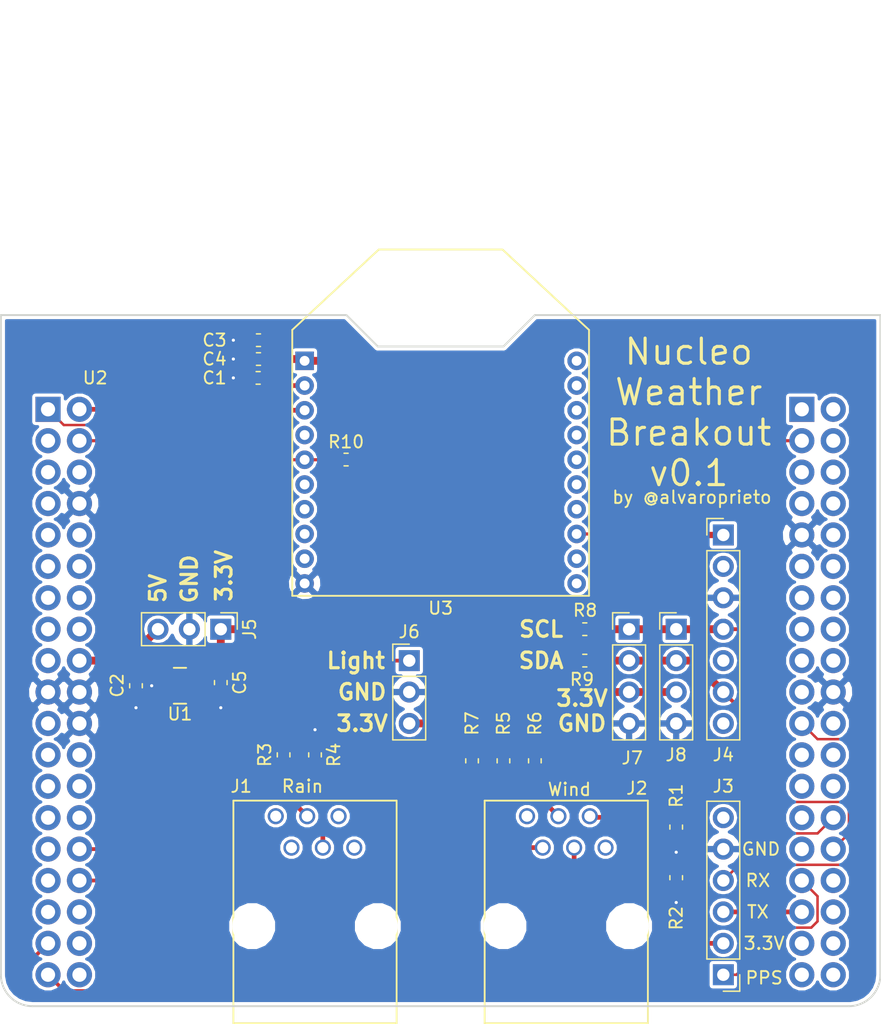
<source format=kicad_pcb>
(kicad_pcb (version 20171130) (host pcbnew 5.0.0-fee4fd1~66~ubuntu18.04.1)

  (general
    (thickness 1.6)
    (drawings 29)
    (tracks 186)
    (zones 0)
    (modules 26)
    (nets 104)
  )

  (page A4)
  (title_block
    (title "Nucleo Weather Breakout")
    (date 2018-10-04)
    (rev 0.1)
    (company @alvaroprieto)
  )

  (layers
    (0 F.Cu signal)
    (31 B.Cu signal)
    (32 B.Adhes user)
    (33 F.Adhes user)
    (34 B.Paste user)
    (35 F.Paste user)
    (36 B.SilkS user)
    (37 F.SilkS user)
    (38 B.Mask user)
    (39 F.Mask user)
    (40 Dwgs.User user)
    (41 Cmts.User user)
    (42 Eco1.User user)
    (43 Eco2.User user)
    (44 Edge.Cuts user)
    (45 Margin user)
    (46 B.CrtYd user)
    (47 F.CrtYd user)
    (48 B.Fab user)
    (49 F.Fab user hide)
  )

  (setup
    (last_trace_width 0.1524)
    (user_trace_width 0.1524)
    (user_trace_width 0.2032)
    (user_trace_width 0.254)
    (user_trace_width 0.3048)
    (user_trace_width 0.381)
    (user_trace_width 0.508)
    (user_trace_width 0.635)
    (user_trace_width 1.016)
    (trace_clearance 0.1524)
    (zone_clearance 0.254)
    (zone_45_only no)
    (trace_min 0.1524)
    (segment_width 0.2)
    (edge_width 0.15)
    (via_size 0.508)
    (via_drill 0.254)
    (via_min_size 0.508)
    (via_min_drill 0.254)
    (uvia_size 0.508)
    (uvia_drill 0.254)
    (uvias_allowed no)
    (uvia_min_size 0.2)
    (uvia_min_drill 0.1)
    (pcb_text_width 0.3)
    (pcb_text_size 1.5 1.5)
    (mod_edge_width 0.15)
    (mod_text_size 1 1)
    (mod_text_width 0.15)
    (pad_size 1.524 1.524)
    (pad_drill 0.762)
    (pad_to_mask_clearance 0.0508)
    (aux_axis_origin 0 0)
    (visible_elements FFFFFF7F)
    (pcbplotparams
      (layerselection 0x010fc_ffffffff)
      (usegerberextensions false)
      (usegerberattributes false)
      (usegerberadvancedattributes false)
      (creategerberjobfile false)
      (excludeedgelayer true)
      (linewidth 0.100000)
      (plotframeref false)
      (viasonmask false)
      (mode 1)
      (useauxorigin false)
      (hpglpennumber 1)
      (hpglpenspeed 20)
      (hpglpendiameter 15.000000)
      (psnegative false)
      (psa4output false)
      (plotreference true)
      (plotvalue true)
      (plotinvisibletext false)
      (padsonsilk false)
      (subtractmaskfromsilk false)
      (outputformat 1)
      (mirror false)
      (drillshape 1)
      (scaleselection 1)
      (outputdirectory ""))
  )

  (net 0 "")
  (net 1 GND)
  (net 2 +3V3)
  (net 3 /5V)
  (net 4 "Net-(J1-Pad1)")
  (net 5 "Net-(J1-Pad2)")
  (net 6 "Net-(J1-Pad3)")
  (net 7 "Net-(J1-Pad4)")
  (net 8 "Net-(J1-Pad5)")
  (net 9 "Net-(J1-Pad6)")
  (net 10 "Net-(J2-Pad1)")
  (net 11 "Net-(J2-Pad2)")
  (net 12 "Net-(J2-Pad3)")
  (net 13 "Net-(J2-Pad4)")
  (net 14 "Net-(J2-Pad5)")
  (net 15 "Net-(J2-Pad6)")
  (net 16 "Net-(J3-Pad6)")
  (net 17 /GPS_RXD)
  (net 18 /GPS_TXD)
  (net 19 /GPS_PPS)
  (net 20 "Net-(J4-Pad2)")
  (net 21 /SCL)
  (net 22 "Net-(J4-Pad5)")
  (net 23 /SDA)
  (net 24 "Net-(J4-Pad7)")
  (net 25 /LIGHT)
  (net 26 /RAIN)
  (net 27 /WDIR)
  (net 28 /WSPEED)
  (net 29 /XB_nRST)
  (net 30 "Net-(U1-Pad4)")
  (net 31 /XB_RX)
  (net 32 /XB_TX)
  (net 33 /XB_ON)
  (net 34 "Net-(U2-Pad5)")
  (net 35 "Net-(U2-Pad6)")
  (net 36 "Net-(U2-Pad7)")
  (net 37 "Net-(U2-Pad9)")
  (net 38 "Net-(U2-Pad10)")
  (net 39 "Net-(U2-Pad11)")
  (net 40 "Net-(U2-Pad12)")
  (net 41 "Net-(U2-Pad13)")
  (net 42 "Net-(U2-Pad14)")
  (net 43 "Net-(U2-Pad15)")
  (net 44 "Net-(U2-Pad16)")
  (net 45 "Net-(U2-Pad17)")
  (net 46 "Net-(U2-Pad21)")
  (net 47 "Net-(U2-Pad23)")
  (net 48 "Net-(U2-Pad24)")
  (net 49 "Net-(U2-Pad25)")
  (net 50 "Net-(U2-Pad26)")
  (net 51 "Net-(U2-Pad27)")
  (net 52 "Net-(U2-Pad28)")
  (net 53 "Net-(U2-Pad29)")
  (net 54 "Net-(U2-Pad31)")
  (net 55 "Net-(U2-Pad33)")
  (net 56 "Net-(U2-Pad34)")
  (net 57 "Net-(U2-Pad36)")
  (net 58 "Net-(U2-Pad38)")
  (net 59 "Net-(U2-Pad39)")
  (net 60 "Net-(U2-Pad40)")
  (net 61 "Net-(U2-Pad42)")
  (net 62 "Net-(U2-Pad43)")
  (net 63 "Net-(U2-Pad44)")
  (net 64 "Net-(U2-Pad45)")
  (net 65 "Net-(U2-Pad46)")
  (net 66 "Net-(U2-Pad48)")
  (net 67 "Net-(U2-Pad49)")
  (net 68 "Net-(U2-Pad50)")
  (net 69 "Net-(U2-Pad51)")
  (net 70 "Net-(U2-Pad52)")
  (net 71 "Net-(U2-Pad53)")
  (net 72 "Net-(U2-Pad54)")
  (net 73 "Net-(U2-Pad55)")
  (net 74 "Net-(U2-Pad56)")
  (net 75 "Net-(U2-Pad57)")
  (net 76 "Net-(U2-Pad60)")
  (net 77 "Net-(U2-Pad61)")
  (net 78 "Net-(U2-Pad62)")
  (net 79 "Net-(U2-Pad63)")
  (net 80 "Net-(U2-Pad64)")
  (net 81 "Net-(U2-Pad65)")
  (net 82 "Net-(U2-Pad67)")
  (net 83 "Net-(U2-Pad70)")
  (net 84 "Net-(U2-Pad72)")
  (net 85 "Net-(U2-Pad73)")
  (net 86 "Net-(U2-Pad74)")
  (net 87 "Net-(U2-Pad75)")
  (net 88 "Net-(U2-Pad76)")
  (net 89 "Net-(U3-Pad4)")
  (net 90 "Net-(U3-Pad6)")
  (net 91 "Net-(U3-Pad7)")
  (net 92 "Net-(U3-Pad8)")
  (net 93 "Net-(U3-Pad9)")
  (net 94 "Net-(U3-Pad11)")
  (net 95 "Net-(U3-Pad12)")
  (net 96 "Net-(U3-Pad14)")
  (net 97 "Net-(U3-Pad15)")
  (net 98 "Net-(U3-Pad16)")
  (net 99 "Net-(U3-Pad17)")
  (net 100 "Net-(U3-Pad18)")
  (net 101 "Net-(U3-Pad19)")
  (net 102 "Net-(U3-Pad20)")
  (net 103 "Net-(U2-Pad3)")

  (net_class Default "This is the default net class."
    (clearance 0.1524)
    (trace_width 0.1524)
    (via_dia 0.508)
    (via_drill 0.254)
    (uvia_dia 0.508)
    (uvia_drill 0.254)
    (diff_pair_gap 0.1524)
    (diff_pair_width 0.1524)
    (add_net +3V3)
    (add_net /5V)
    (add_net /GPS_PPS)
    (add_net /GPS_RXD)
    (add_net /GPS_TXD)
    (add_net /LIGHT)
    (add_net /RAIN)
    (add_net /SCL)
    (add_net /SDA)
    (add_net /WDIR)
    (add_net /WSPEED)
    (add_net /XB_ON)
    (add_net /XB_RX)
    (add_net /XB_TX)
    (add_net /XB_nRST)
    (add_net GND)
    (add_net "Net-(J1-Pad1)")
    (add_net "Net-(J1-Pad2)")
    (add_net "Net-(J1-Pad3)")
    (add_net "Net-(J1-Pad4)")
    (add_net "Net-(J1-Pad5)")
    (add_net "Net-(J1-Pad6)")
    (add_net "Net-(J2-Pad1)")
    (add_net "Net-(J2-Pad2)")
    (add_net "Net-(J2-Pad3)")
    (add_net "Net-(J2-Pad4)")
    (add_net "Net-(J2-Pad5)")
    (add_net "Net-(J2-Pad6)")
    (add_net "Net-(J3-Pad6)")
    (add_net "Net-(J4-Pad2)")
    (add_net "Net-(J4-Pad5)")
    (add_net "Net-(J4-Pad7)")
    (add_net "Net-(U1-Pad4)")
    (add_net "Net-(U2-Pad10)")
    (add_net "Net-(U2-Pad11)")
    (add_net "Net-(U2-Pad12)")
    (add_net "Net-(U2-Pad13)")
    (add_net "Net-(U2-Pad14)")
    (add_net "Net-(U2-Pad15)")
    (add_net "Net-(U2-Pad16)")
    (add_net "Net-(U2-Pad17)")
    (add_net "Net-(U2-Pad21)")
    (add_net "Net-(U2-Pad23)")
    (add_net "Net-(U2-Pad24)")
    (add_net "Net-(U2-Pad25)")
    (add_net "Net-(U2-Pad26)")
    (add_net "Net-(U2-Pad27)")
    (add_net "Net-(U2-Pad28)")
    (add_net "Net-(U2-Pad29)")
    (add_net "Net-(U2-Pad3)")
    (add_net "Net-(U2-Pad31)")
    (add_net "Net-(U2-Pad33)")
    (add_net "Net-(U2-Pad34)")
    (add_net "Net-(U2-Pad36)")
    (add_net "Net-(U2-Pad38)")
    (add_net "Net-(U2-Pad39)")
    (add_net "Net-(U2-Pad40)")
    (add_net "Net-(U2-Pad42)")
    (add_net "Net-(U2-Pad43)")
    (add_net "Net-(U2-Pad44)")
    (add_net "Net-(U2-Pad45)")
    (add_net "Net-(U2-Pad46)")
    (add_net "Net-(U2-Pad48)")
    (add_net "Net-(U2-Pad49)")
    (add_net "Net-(U2-Pad5)")
    (add_net "Net-(U2-Pad50)")
    (add_net "Net-(U2-Pad51)")
    (add_net "Net-(U2-Pad52)")
    (add_net "Net-(U2-Pad53)")
    (add_net "Net-(U2-Pad54)")
    (add_net "Net-(U2-Pad55)")
    (add_net "Net-(U2-Pad56)")
    (add_net "Net-(U2-Pad57)")
    (add_net "Net-(U2-Pad6)")
    (add_net "Net-(U2-Pad60)")
    (add_net "Net-(U2-Pad61)")
    (add_net "Net-(U2-Pad62)")
    (add_net "Net-(U2-Pad63)")
    (add_net "Net-(U2-Pad64)")
    (add_net "Net-(U2-Pad65)")
    (add_net "Net-(U2-Pad67)")
    (add_net "Net-(U2-Pad7)")
    (add_net "Net-(U2-Pad70)")
    (add_net "Net-(U2-Pad72)")
    (add_net "Net-(U2-Pad73)")
    (add_net "Net-(U2-Pad74)")
    (add_net "Net-(U2-Pad75)")
    (add_net "Net-(U2-Pad76)")
    (add_net "Net-(U2-Pad9)")
    (add_net "Net-(U3-Pad11)")
    (add_net "Net-(U3-Pad12)")
    (add_net "Net-(U3-Pad14)")
    (add_net "Net-(U3-Pad15)")
    (add_net "Net-(U3-Pad16)")
    (add_net "Net-(U3-Pad17)")
    (add_net "Net-(U3-Pad18)")
    (add_net "Net-(U3-Pad19)")
    (add_net "Net-(U3-Pad20)")
    (add_net "Net-(U3-Pad4)")
    (add_net "Net-(U3-Pad6)")
    (add_net "Net-(U3-Pad7)")
    (add_net "Net-(U3-Pad8)")
    (add_net "Net-(U3-Pad9)")
  )

  (module Capacitor_SMD:C_0603_1608Metric (layer F.Cu) (tedit 5B301BBE) (tstamp 5BC9E9D7)
    (at 132.5625 83.82 180)
    (descr "Capacitor SMD 0603 (1608 Metric), square (rectangular) end terminal, IPC_7351 nominal, (Body size source: http://www.tortai-tech.com/upload/download/2011102023233369053.pdf), generated with kicad-footprint-generator")
    (tags capacitor)
    (path /5BAC4222)
    (attr smd)
    (fp_text reference C1 (at 3.5305 0 180) (layer F.SilkS)
      (effects (font (size 1 1) (thickness 0.15)))
    )
    (fp_text value 1uF (at 0 1.43 180) (layer F.Fab)
      (effects (font (size 1 1) (thickness 0.15)))
    )
    (fp_text user %R (at 0 0 180) (layer F.Fab)
      (effects (font (size 0.4 0.4) (thickness 0.06)))
    )
    (fp_line (start 1.48 0.73) (end -1.48 0.73) (layer F.CrtYd) (width 0.05))
    (fp_line (start 1.48 -0.73) (end 1.48 0.73) (layer F.CrtYd) (width 0.05))
    (fp_line (start -1.48 -0.73) (end 1.48 -0.73) (layer F.CrtYd) (width 0.05))
    (fp_line (start -1.48 0.73) (end -1.48 -0.73) (layer F.CrtYd) (width 0.05))
    (fp_line (start -0.162779 0.51) (end 0.162779 0.51) (layer F.SilkS) (width 0.12))
    (fp_line (start -0.162779 -0.51) (end 0.162779 -0.51) (layer F.SilkS) (width 0.12))
    (fp_line (start 0.8 0.4) (end -0.8 0.4) (layer F.Fab) (width 0.1))
    (fp_line (start 0.8 -0.4) (end 0.8 0.4) (layer F.Fab) (width 0.1))
    (fp_line (start -0.8 -0.4) (end 0.8 -0.4) (layer F.Fab) (width 0.1))
    (fp_line (start -0.8 0.4) (end -0.8 -0.4) (layer F.Fab) (width 0.1))
    (pad 2 smd roundrect (at 0.7875 0 180) (size 0.875 0.95) (layers F.Cu F.Paste F.Mask) (roundrect_rratio 0.25)
      (net 1 GND))
    (pad 1 smd roundrect (at -0.7875 0 180) (size 0.875 0.95) (layers F.Cu F.Paste F.Mask) (roundrect_rratio 0.25)
      (net 2 +3V3))
    (model ${KISYS3DMOD}/Capacitor_SMD.3dshapes/C_0603_1608Metric.wrl
      (at (xyz 0 0 0))
      (scale (xyz 1 1 1))
      (rotate (xyz 0 0 0))
    )
  )

  (module Capacitor_SMD:C_0603_1608Metric (layer F.Cu) (tedit 5B301BBE) (tstamp 5BC9E9E8)
    (at 122.682 108.712 270)
    (descr "Capacitor SMD 0603 (1608 Metric), square (rectangular) end terminal, IPC_7351 nominal, (Body size source: http://www.tortai-tech.com/upload/download/2011102023233369053.pdf), generated with kicad-footprint-generator")
    (tags capacitor)
    (path /5BA9A53F)
    (attr smd)
    (fp_text reference C2 (at -0.0255 1.524 270) (layer F.SilkS)
      (effects (font (size 1 1) (thickness 0.15)))
    )
    (fp_text value 1uF (at 0 1.43 270) (layer F.Fab)
      (effects (font (size 1 1) (thickness 0.15)))
    )
    (fp_line (start -0.8 0.4) (end -0.8 -0.4) (layer F.Fab) (width 0.1))
    (fp_line (start -0.8 -0.4) (end 0.8 -0.4) (layer F.Fab) (width 0.1))
    (fp_line (start 0.8 -0.4) (end 0.8 0.4) (layer F.Fab) (width 0.1))
    (fp_line (start 0.8 0.4) (end -0.8 0.4) (layer F.Fab) (width 0.1))
    (fp_line (start -0.162779 -0.51) (end 0.162779 -0.51) (layer F.SilkS) (width 0.12))
    (fp_line (start -0.162779 0.51) (end 0.162779 0.51) (layer F.SilkS) (width 0.12))
    (fp_line (start -1.48 0.73) (end -1.48 -0.73) (layer F.CrtYd) (width 0.05))
    (fp_line (start -1.48 -0.73) (end 1.48 -0.73) (layer F.CrtYd) (width 0.05))
    (fp_line (start 1.48 -0.73) (end 1.48 0.73) (layer F.CrtYd) (width 0.05))
    (fp_line (start 1.48 0.73) (end -1.48 0.73) (layer F.CrtYd) (width 0.05))
    (fp_text user %R (at 0 0 270) (layer F.Fab)
      (effects (font (size 0.4 0.4) (thickness 0.06)))
    )
    (pad 1 smd roundrect (at -0.7875 0 270) (size 0.875 0.95) (layers F.Cu F.Paste F.Mask) (roundrect_rratio 0.25)
      (net 3 /5V))
    (pad 2 smd roundrect (at 0.7875 0 270) (size 0.875 0.95) (layers F.Cu F.Paste F.Mask) (roundrect_rratio 0.25)
      (net 1 GND))
    (model ${KISYS3DMOD}/Capacitor_SMD.3dshapes/C_0603_1608Metric.wrl
      (at (xyz 0 0 0))
      (scale (xyz 1 1 1))
      (rotate (xyz 0 0 0))
    )
  )

  (module Capacitor_SMD:C_0603_1608Metric (layer F.Cu) (tedit 5B301BBE) (tstamp 5BC9E9F9)
    (at 132.588 80.772 180)
    (descr "Capacitor SMD 0603 (1608 Metric), square (rectangular) end terminal, IPC_7351 nominal, (Body size source: http://www.tortai-tech.com/upload/download/2011102023233369053.pdf), generated with kicad-footprint-generator")
    (tags capacitor)
    (path /5BACD3E1)
    (attr smd)
    (fp_text reference C3 (at 3.556 0 180) (layer F.SilkS)
      (effects (font (size 1 1) (thickness 0.15)))
    )
    (fp_text value 8.2pF (at 0 1.43 180) (layer F.Fab)
      (effects (font (size 1 1) (thickness 0.15)))
    )
    (fp_line (start -0.8 0.4) (end -0.8 -0.4) (layer F.Fab) (width 0.1))
    (fp_line (start -0.8 -0.4) (end 0.8 -0.4) (layer F.Fab) (width 0.1))
    (fp_line (start 0.8 -0.4) (end 0.8 0.4) (layer F.Fab) (width 0.1))
    (fp_line (start 0.8 0.4) (end -0.8 0.4) (layer F.Fab) (width 0.1))
    (fp_line (start -0.162779 -0.51) (end 0.162779 -0.51) (layer F.SilkS) (width 0.12))
    (fp_line (start -0.162779 0.51) (end 0.162779 0.51) (layer F.SilkS) (width 0.12))
    (fp_line (start -1.48 0.73) (end -1.48 -0.73) (layer F.CrtYd) (width 0.05))
    (fp_line (start -1.48 -0.73) (end 1.48 -0.73) (layer F.CrtYd) (width 0.05))
    (fp_line (start 1.48 -0.73) (end 1.48 0.73) (layer F.CrtYd) (width 0.05))
    (fp_line (start 1.48 0.73) (end -1.48 0.73) (layer F.CrtYd) (width 0.05))
    (fp_text user %R (at 0 0 180) (layer F.Fab)
      (effects (font (size 0.4 0.4) (thickness 0.06)))
    )
    (pad 1 smd roundrect (at -0.7875 0 180) (size 0.875 0.95) (layers F.Cu F.Paste F.Mask) (roundrect_rratio 0.25)
      (net 2 +3V3))
    (pad 2 smd roundrect (at 0.7875 0 180) (size 0.875 0.95) (layers F.Cu F.Paste F.Mask) (roundrect_rratio 0.25)
      (net 1 GND))
    (model ${KISYS3DMOD}/Capacitor_SMD.3dshapes/C_0603_1608Metric.wrl
      (at (xyz 0 0 0))
      (scale (xyz 1 1 1))
      (rotate (xyz 0 0 0))
    )
  )

  (module Capacitor_SMD:C_0603_1608Metric (layer F.Cu) (tedit 5B301BBE) (tstamp 5BC9EA0A)
    (at 132.588 82.296 180)
    (descr "Capacitor SMD 0603 (1608 Metric), square (rectangular) end terminal, IPC_7351 nominal, (Body size source: http://www.tortai-tech.com/upload/download/2011102023233369053.pdf), generated with kicad-footprint-generator")
    (tags capacitor)
    (path /5BAD2D9C)
    (attr smd)
    (fp_text reference C4 (at 3.556 0 180) (layer F.SilkS)
      (effects (font (size 1 1) (thickness 0.15)))
    )
    (fp_text value 10uF (at 0 1.43 180) (layer F.Fab)
      (effects (font (size 1 1) (thickness 0.15)))
    )
    (fp_text user %R (at 0 0 180) (layer F.Fab)
      (effects (font (size 0.4 0.4) (thickness 0.06)))
    )
    (fp_line (start 1.48 0.73) (end -1.48 0.73) (layer F.CrtYd) (width 0.05))
    (fp_line (start 1.48 -0.73) (end 1.48 0.73) (layer F.CrtYd) (width 0.05))
    (fp_line (start -1.48 -0.73) (end 1.48 -0.73) (layer F.CrtYd) (width 0.05))
    (fp_line (start -1.48 0.73) (end -1.48 -0.73) (layer F.CrtYd) (width 0.05))
    (fp_line (start -0.162779 0.51) (end 0.162779 0.51) (layer F.SilkS) (width 0.12))
    (fp_line (start -0.162779 -0.51) (end 0.162779 -0.51) (layer F.SilkS) (width 0.12))
    (fp_line (start 0.8 0.4) (end -0.8 0.4) (layer F.Fab) (width 0.1))
    (fp_line (start 0.8 -0.4) (end 0.8 0.4) (layer F.Fab) (width 0.1))
    (fp_line (start -0.8 -0.4) (end 0.8 -0.4) (layer F.Fab) (width 0.1))
    (fp_line (start -0.8 0.4) (end -0.8 -0.4) (layer F.Fab) (width 0.1))
    (pad 2 smd roundrect (at 0.7875 0 180) (size 0.875 0.95) (layers F.Cu F.Paste F.Mask) (roundrect_rratio 0.25)
      (net 1 GND))
    (pad 1 smd roundrect (at -0.7875 0 180) (size 0.875 0.95) (layers F.Cu F.Paste F.Mask) (roundrect_rratio 0.25)
      (net 2 +3V3))
    (model ${KISYS3DMOD}/Capacitor_SMD.3dshapes/C_0603_1608Metric.wrl
      (at (xyz 0 0 0))
      (scale (xyz 1 1 1))
      (rotate (xyz 0 0 0))
    )
  )

  (module Capacitor_SMD:C_0603_1608Metric (layer F.Cu) (tedit 5B301BBE) (tstamp 5BC9EA1B)
    (at 129.54 108.458 270)
    (descr "Capacitor SMD 0603 (1608 Metric), square (rectangular) end terminal, IPC_7351 nominal, (Body size source: http://www.tortai-tech.com/upload/download/2011102023233369053.pdf), generated with kicad-footprint-generator")
    (tags capacitor)
    (path /5BA9A5CD)
    (attr smd)
    (fp_text reference C5 (at 0 -1.524 270) (layer F.SilkS)
      (effects (font (size 1 1) (thickness 0.15)))
    )
    (fp_text value 1uF (at 0 1.43 270) (layer F.Fab)
      (effects (font (size 1 1) (thickness 0.15)))
    )
    (fp_line (start -0.8 0.4) (end -0.8 -0.4) (layer F.Fab) (width 0.1))
    (fp_line (start -0.8 -0.4) (end 0.8 -0.4) (layer F.Fab) (width 0.1))
    (fp_line (start 0.8 -0.4) (end 0.8 0.4) (layer F.Fab) (width 0.1))
    (fp_line (start 0.8 0.4) (end -0.8 0.4) (layer F.Fab) (width 0.1))
    (fp_line (start -0.162779 -0.51) (end 0.162779 -0.51) (layer F.SilkS) (width 0.12))
    (fp_line (start -0.162779 0.51) (end 0.162779 0.51) (layer F.SilkS) (width 0.12))
    (fp_line (start -1.48 0.73) (end -1.48 -0.73) (layer F.CrtYd) (width 0.05))
    (fp_line (start -1.48 -0.73) (end 1.48 -0.73) (layer F.CrtYd) (width 0.05))
    (fp_line (start 1.48 -0.73) (end 1.48 0.73) (layer F.CrtYd) (width 0.05))
    (fp_line (start 1.48 0.73) (end -1.48 0.73) (layer F.CrtYd) (width 0.05))
    (fp_text user %R (at 0 0 270) (layer F.Fab)
      (effects (font (size 0.4 0.4) (thickness 0.06)))
    )
    (pad 1 smd roundrect (at -0.7875 0 270) (size 0.875 0.95) (layers F.Cu F.Paste F.Mask) (roundrect_rratio 0.25)
      (net 2 +3V3))
    (pad 2 smd roundrect (at 0.7875 0 270) (size 0.875 0.95) (layers F.Cu F.Paste F.Mask) (roundrect_rratio 0.25)
      (net 1 GND))
    (model ${KISYS3DMOD}/Capacitor_SMD.3dshapes/C_0603_1608Metric.wrl
      (at (xyz 0 0 0))
      (scale (xyz 1 1 1))
      (rotate (xyz 0 0 0))
    )
  )

  (module Connector_PinHeader_2.54mm:PinHeader_1x06_P2.54mm_Vertical (layer F.Cu) (tedit 59FED5CC) (tstamp 5BC9EA69)
    (at 170.18 132.08 180)
    (descr "Through hole straight pin header, 1x06, 2.54mm pitch, single row")
    (tags "Through hole pin header THT 1x06 2.54mm single row")
    (path /5BA9C0DB)
    (fp_text reference J3 (at 0 15.24 180) (layer F.SilkS)
      (effects (font (size 1 1) (thickness 0.15)))
    )
    (fp_text value GPS (at 0 15.03 180) (layer F.Fab)
      (effects (font (size 1 1) (thickness 0.15)))
    )
    (fp_text user %R (at 0 6.35 270) (layer F.Fab)
      (effects (font (size 1 1) (thickness 0.15)))
    )
    (fp_line (start 1.8 -1.8) (end -1.8 -1.8) (layer F.CrtYd) (width 0.05))
    (fp_line (start 1.8 14.5) (end 1.8 -1.8) (layer F.CrtYd) (width 0.05))
    (fp_line (start -1.8 14.5) (end 1.8 14.5) (layer F.CrtYd) (width 0.05))
    (fp_line (start -1.8 -1.8) (end -1.8 14.5) (layer F.CrtYd) (width 0.05))
    (fp_line (start -1.33 -1.33) (end 0 -1.33) (layer F.SilkS) (width 0.12))
    (fp_line (start -1.33 0) (end -1.33 -1.33) (layer F.SilkS) (width 0.12))
    (fp_line (start -1.33 1.27) (end 1.33 1.27) (layer F.SilkS) (width 0.12))
    (fp_line (start 1.33 1.27) (end 1.33 14.03) (layer F.SilkS) (width 0.12))
    (fp_line (start -1.33 1.27) (end -1.33 14.03) (layer F.SilkS) (width 0.12))
    (fp_line (start -1.33 14.03) (end 1.33 14.03) (layer F.SilkS) (width 0.12))
    (fp_line (start -1.27 -0.635) (end -0.635 -1.27) (layer F.Fab) (width 0.1))
    (fp_line (start -1.27 13.97) (end -1.27 -0.635) (layer F.Fab) (width 0.1))
    (fp_line (start 1.27 13.97) (end -1.27 13.97) (layer F.Fab) (width 0.1))
    (fp_line (start 1.27 -1.27) (end 1.27 13.97) (layer F.Fab) (width 0.1))
    (fp_line (start -0.635 -1.27) (end 1.27 -1.27) (layer F.Fab) (width 0.1))
    (pad 6 thru_hole oval (at 0 12.7 180) (size 1.7 1.7) (drill 1) (layers *.Cu *.Mask)
      (net 16 "Net-(J3-Pad6)"))
    (pad 5 thru_hole oval (at 0 10.16 180) (size 1.7 1.7) (drill 1) (layers *.Cu *.Mask)
      (net 1 GND))
    (pad 4 thru_hole oval (at 0 7.62 180) (size 1.7 1.7) (drill 1) (layers *.Cu *.Mask)
      (net 17 /GPS_RXD))
    (pad 3 thru_hole oval (at 0 5.08 180) (size 1.7 1.7) (drill 1) (layers *.Cu *.Mask)
      (net 18 /GPS_TXD))
    (pad 2 thru_hole oval (at 0 2.54 180) (size 1.7 1.7) (drill 1) (layers *.Cu *.Mask)
      (net 2 +3V3))
    (pad 1 thru_hole rect (at 0 0 180) (size 1.7 1.7) (drill 1) (layers *.Cu *.Mask)
      (net 19 /GPS_PPS))
    (model ${KISYS3DMOD}/Connector_PinHeader_2.54mm.3dshapes/PinHeader_1x06_P2.54mm_Vertical.wrl
      (at (xyz 0 0 0))
      (scale (xyz 1 1 1))
      (rotate (xyz 0 0 0))
    )
  )

  (module Connector_PinHeader_2.54mm:PinHeader_1x07_P2.54mm_Vertical (layer F.Cu) (tedit 59FED5CC) (tstamp 5BC9EA84)
    (at 170.18 96.52)
    (descr "Through hole straight pin header, 1x07, 2.54mm pitch, single row")
    (tags "Through hole pin header THT 1x07 2.54mm single row")
    (path /5BAA3913)
    (fp_text reference J4 (at 0 17.78) (layer F.SilkS)
      (effects (font (size 1 1) (thickness 0.15)))
    )
    (fp_text value BMP280 (at 0 17.57) (layer F.Fab)
      (effects (font (size 1 1) (thickness 0.15)))
    )
    (fp_line (start -0.635 -1.27) (end 1.27 -1.27) (layer F.Fab) (width 0.1))
    (fp_line (start 1.27 -1.27) (end 1.27 16.51) (layer F.Fab) (width 0.1))
    (fp_line (start 1.27 16.51) (end -1.27 16.51) (layer F.Fab) (width 0.1))
    (fp_line (start -1.27 16.51) (end -1.27 -0.635) (layer F.Fab) (width 0.1))
    (fp_line (start -1.27 -0.635) (end -0.635 -1.27) (layer F.Fab) (width 0.1))
    (fp_line (start -1.33 16.57) (end 1.33 16.57) (layer F.SilkS) (width 0.12))
    (fp_line (start -1.33 1.27) (end -1.33 16.57) (layer F.SilkS) (width 0.12))
    (fp_line (start 1.33 1.27) (end 1.33 16.57) (layer F.SilkS) (width 0.12))
    (fp_line (start -1.33 1.27) (end 1.33 1.27) (layer F.SilkS) (width 0.12))
    (fp_line (start -1.33 0) (end -1.33 -1.33) (layer F.SilkS) (width 0.12))
    (fp_line (start -1.33 -1.33) (end 0 -1.33) (layer F.SilkS) (width 0.12))
    (fp_line (start -1.8 -1.8) (end -1.8 17.05) (layer F.CrtYd) (width 0.05))
    (fp_line (start -1.8 17.05) (end 1.8 17.05) (layer F.CrtYd) (width 0.05))
    (fp_line (start 1.8 17.05) (end 1.8 -1.8) (layer F.CrtYd) (width 0.05))
    (fp_line (start 1.8 -1.8) (end -1.8 -1.8) (layer F.CrtYd) (width 0.05))
    (fp_text user %R (at 0 7.62 90) (layer F.Fab)
      (effects (font (size 1 1) (thickness 0.15)))
    )
    (pad 1 thru_hole rect (at 0 0) (size 1.7 1.7) (drill 1) (layers *.Cu *.Mask)
      (net 2 +3V3))
    (pad 2 thru_hole oval (at 0 2.54) (size 1.7 1.7) (drill 1) (layers *.Cu *.Mask)
      (net 20 "Net-(J4-Pad2)"))
    (pad 3 thru_hole oval (at 0 5.08) (size 1.7 1.7) (drill 1) (layers *.Cu *.Mask)
      (net 1 GND))
    (pad 4 thru_hole oval (at 0 7.62) (size 1.7 1.7) (drill 1) (layers *.Cu *.Mask)
      (net 21 /SCL))
    (pad 5 thru_hole oval (at 0 10.16) (size 1.7 1.7) (drill 1) (layers *.Cu *.Mask)
      (net 22 "Net-(J4-Pad5)"))
    (pad 6 thru_hole oval (at 0 12.7) (size 1.7 1.7) (drill 1) (layers *.Cu *.Mask)
      (net 23 /SDA))
    (pad 7 thru_hole oval (at 0 15.24) (size 1.7 1.7) (drill 1) (layers *.Cu *.Mask)
      (net 24 "Net-(J4-Pad7)"))
    (model ${KISYS3DMOD}/Connector_PinHeader_2.54mm.3dshapes/PinHeader_1x07_P2.54mm_Vertical.wrl
      (at (xyz 0 0 0))
      (scale (xyz 1 1 1))
      (rotate (xyz 0 0 0))
    )
  )

  (module Connector_PinHeader_2.54mm:PinHeader_1x03_P2.54mm_Vertical (layer F.Cu) (tedit 59FED5CC) (tstamp 5BC9EA9B)
    (at 129.54 104.14 270)
    (descr "Through hole straight pin header, 1x03, 2.54mm pitch, single row")
    (tags "Through hole pin header THT 1x03 2.54mm single row")
    (path /5BAB4149)
    (fp_text reference J5 (at 0 -2.33 270) (layer F.SilkS)
      (effects (font (size 1 1) (thickness 0.15)))
    )
    (fp_text value Power (at 0 7.41 270) (layer F.Fab)
      (effects (font (size 1 1) (thickness 0.15)))
    )
    (fp_text user %R (at 0 2.54) (layer F.Fab)
      (effects (font (size 1 1) (thickness 0.15)))
    )
    (fp_line (start 1.8 -1.8) (end -1.8 -1.8) (layer F.CrtYd) (width 0.05))
    (fp_line (start 1.8 6.85) (end 1.8 -1.8) (layer F.CrtYd) (width 0.05))
    (fp_line (start -1.8 6.85) (end 1.8 6.85) (layer F.CrtYd) (width 0.05))
    (fp_line (start -1.8 -1.8) (end -1.8 6.85) (layer F.CrtYd) (width 0.05))
    (fp_line (start -1.33 -1.33) (end 0 -1.33) (layer F.SilkS) (width 0.12))
    (fp_line (start -1.33 0) (end -1.33 -1.33) (layer F.SilkS) (width 0.12))
    (fp_line (start -1.33 1.27) (end 1.33 1.27) (layer F.SilkS) (width 0.12))
    (fp_line (start 1.33 1.27) (end 1.33 6.41) (layer F.SilkS) (width 0.12))
    (fp_line (start -1.33 1.27) (end -1.33 6.41) (layer F.SilkS) (width 0.12))
    (fp_line (start -1.33 6.41) (end 1.33 6.41) (layer F.SilkS) (width 0.12))
    (fp_line (start -1.27 -0.635) (end -0.635 -1.27) (layer F.Fab) (width 0.1))
    (fp_line (start -1.27 6.35) (end -1.27 -0.635) (layer F.Fab) (width 0.1))
    (fp_line (start 1.27 6.35) (end -1.27 6.35) (layer F.Fab) (width 0.1))
    (fp_line (start 1.27 -1.27) (end 1.27 6.35) (layer F.Fab) (width 0.1))
    (fp_line (start -0.635 -1.27) (end 1.27 -1.27) (layer F.Fab) (width 0.1))
    (pad 3 thru_hole oval (at 0 5.08 270) (size 1.7 1.7) (drill 1) (layers *.Cu *.Mask)
      (net 3 /5V))
    (pad 2 thru_hole oval (at 0 2.54 270) (size 1.7 1.7) (drill 1) (layers *.Cu *.Mask)
      (net 1 GND))
    (pad 1 thru_hole rect (at 0 0 270) (size 1.7 1.7) (drill 1) (layers *.Cu *.Mask)
      (net 2 +3V3))
    (model ${KISYS3DMOD}/Connector_PinHeader_2.54mm.3dshapes/PinHeader_1x03_P2.54mm_Vertical.wrl
      (at (xyz 0 0 0))
      (scale (xyz 1 1 1))
      (rotate (xyz 0 0 0))
    )
  )

  (module Connector_PinHeader_2.54mm:PinHeader_1x03_P2.54mm_Vertical (layer F.Cu) (tedit 59FED5CC) (tstamp 5BC9EAB2)
    (at 144.78 106.68)
    (descr "Through hole straight pin header, 1x03, 2.54mm pitch, single row")
    (tags "Through hole pin header THT 1x03 2.54mm single row")
    (path /5BAA91C0)
    (fp_text reference J6 (at 0 -2.33) (layer F.SilkS)
      (effects (font (size 1 1) (thickness 0.15)))
    )
    (fp_text value Light (at 0 7.41) (layer F.Fab)
      (effects (font (size 1 1) (thickness 0.15)))
    )
    (fp_line (start -0.635 -1.27) (end 1.27 -1.27) (layer F.Fab) (width 0.1))
    (fp_line (start 1.27 -1.27) (end 1.27 6.35) (layer F.Fab) (width 0.1))
    (fp_line (start 1.27 6.35) (end -1.27 6.35) (layer F.Fab) (width 0.1))
    (fp_line (start -1.27 6.35) (end -1.27 -0.635) (layer F.Fab) (width 0.1))
    (fp_line (start -1.27 -0.635) (end -0.635 -1.27) (layer F.Fab) (width 0.1))
    (fp_line (start -1.33 6.41) (end 1.33 6.41) (layer F.SilkS) (width 0.12))
    (fp_line (start -1.33 1.27) (end -1.33 6.41) (layer F.SilkS) (width 0.12))
    (fp_line (start 1.33 1.27) (end 1.33 6.41) (layer F.SilkS) (width 0.12))
    (fp_line (start -1.33 1.27) (end 1.33 1.27) (layer F.SilkS) (width 0.12))
    (fp_line (start -1.33 0) (end -1.33 -1.33) (layer F.SilkS) (width 0.12))
    (fp_line (start -1.33 -1.33) (end 0 -1.33) (layer F.SilkS) (width 0.12))
    (fp_line (start -1.8 -1.8) (end -1.8 6.85) (layer F.CrtYd) (width 0.05))
    (fp_line (start -1.8 6.85) (end 1.8 6.85) (layer F.CrtYd) (width 0.05))
    (fp_line (start 1.8 6.85) (end 1.8 -1.8) (layer F.CrtYd) (width 0.05))
    (fp_line (start 1.8 -1.8) (end -1.8 -1.8) (layer F.CrtYd) (width 0.05))
    (fp_text user %R (at 0 2.54 90) (layer F.Fab)
      (effects (font (size 1 1) (thickness 0.15)))
    )
    (pad 1 thru_hole rect (at 0 0) (size 1.7 1.7) (drill 1) (layers *.Cu *.Mask)
      (net 25 /LIGHT))
    (pad 2 thru_hole oval (at 0 2.54) (size 1.7 1.7) (drill 1) (layers *.Cu *.Mask)
      (net 1 GND))
    (pad 3 thru_hole oval (at 0 5.08) (size 1.7 1.7) (drill 1) (layers *.Cu *.Mask)
      (net 2 +3V3))
    (model ${KISYS3DMOD}/Connector_PinHeader_2.54mm.3dshapes/PinHeader_1x03_P2.54mm_Vertical.wrl
      (at (xyz 0 0 0))
      (scale (xyz 1 1 1))
      (rotate (xyz 0 0 0))
    )
  )

  (module Connector_PinHeader_2.54mm:PinHeader_1x04_P2.54mm_Vertical (layer F.Cu) (tedit 59FED5CC) (tstamp 5BC9EACA)
    (at 162.56 104.14)
    (descr "Through hole straight pin header, 1x04, 2.54mm pitch, single row")
    (tags "Through hole pin header THT 1x04 2.54mm single row")
    (path /5BAAE247)
    (fp_text reference J7 (at 0.254 10.414) (layer F.SilkS)
      (effects (font (size 1 1) (thickness 0.15)))
    )
    (fp_text value I2C1 (at 0 9.95) (layer F.Fab)
      (effects (font (size 1 1) (thickness 0.15)))
    )
    (fp_line (start -0.635 -1.27) (end 1.27 -1.27) (layer F.Fab) (width 0.1))
    (fp_line (start 1.27 -1.27) (end 1.27 8.89) (layer F.Fab) (width 0.1))
    (fp_line (start 1.27 8.89) (end -1.27 8.89) (layer F.Fab) (width 0.1))
    (fp_line (start -1.27 8.89) (end -1.27 -0.635) (layer F.Fab) (width 0.1))
    (fp_line (start -1.27 -0.635) (end -0.635 -1.27) (layer F.Fab) (width 0.1))
    (fp_line (start -1.33 8.95) (end 1.33 8.95) (layer F.SilkS) (width 0.12))
    (fp_line (start -1.33 1.27) (end -1.33 8.95) (layer F.SilkS) (width 0.12))
    (fp_line (start 1.33 1.27) (end 1.33 8.95) (layer F.SilkS) (width 0.12))
    (fp_line (start -1.33 1.27) (end 1.33 1.27) (layer F.SilkS) (width 0.12))
    (fp_line (start -1.33 0) (end -1.33 -1.33) (layer F.SilkS) (width 0.12))
    (fp_line (start -1.33 -1.33) (end 0 -1.33) (layer F.SilkS) (width 0.12))
    (fp_line (start -1.8 -1.8) (end -1.8 9.4) (layer F.CrtYd) (width 0.05))
    (fp_line (start -1.8 9.4) (end 1.8 9.4) (layer F.CrtYd) (width 0.05))
    (fp_line (start 1.8 9.4) (end 1.8 -1.8) (layer F.CrtYd) (width 0.05))
    (fp_line (start 1.8 -1.8) (end -1.8 -1.8) (layer F.CrtYd) (width 0.05))
    (fp_text user %R (at 0 3.81 90) (layer F.Fab)
      (effects (font (size 1 1) (thickness 0.15)))
    )
    (pad 1 thru_hole rect (at 0 0) (size 1.7 1.7) (drill 1) (layers *.Cu *.Mask)
      (net 21 /SCL))
    (pad 2 thru_hole oval (at 0 2.54) (size 1.7 1.7) (drill 1) (layers *.Cu *.Mask)
      (net 23 /SDA))
    (pad 3 thru_hole oval (at 0 5.08) (size 1.7 1.7) (drill 1) (layers *.Cu *.Mask)
      (net 2 +3V3))
    (pad 4 thru_hole oval (at 0 7.62) (size 1.7 1.7) (drill 1) (layers *.Cu *.Mask)
      (net 1 GND))
    (model ${KISYS3DMOD}/Connector_PinHeader_2.54mm.3dshapes/PinHeader_1x04_P2.54mm_Vertical.wrl
      (at (xyz 0 0 0))
      (scale (xyz 1 1 1))
      (rotate (xyz 0 0 0))
    )
  )

  (module Connector_PinHeader_2.54mm:PinHeader_1x04_P2.54mm_Vertical (layer F.Cu) (tedit 59FED5CC) (tstamp 5BC9EAE2)
    (at 166.37 104.14)
    (descr "Through hole straight pin header, 1x04, 2.54mm pitch, single row")
    (tags "Through hole pin header THT 1x04 2.54mm single row")
    (path /5BAB2AF3)
    (fp_text reference J8 (at 0 10.16) (layer F.SilkS)
      (effects (font (size 1 1) (thickness 0.15)))
    )
    (fp_text value I2C2 (at 0 9.95) (layer F.Fab)
      (effects (font (size 1 1) (thickness 0.15)))
    )
    (fp_text user %R (at 0 3.81 90) (layer F.Fab)
      (effects (font (size 1 1) (thickness 0.15)))
    )
    (fp_line (start 1.8 -1.8) (end -1.8 -1.8) (layer F.CrtYd) (width 0.05))
    (fp_line (start 1.8 9.4) (end 1.8 -1.8) (layer F.CrtYd) (width 0.05))
    (fp_line (start -1.8 9.4) (end 1.8 9.4) (layer F.CrtYd) (width 0.05))
    (fp_line (start -1.8 -1.8) (end -1.8 9.4) (layer F.CrtYd) (width 0.05))
    (fp_line (start -1.33 -1.33) (end 0 -1.33) (layer F.SilkS) (width 0.12))
    (fp_line (start -1.33 0) (end -1.33 -1.33) (layer F.SilkS) (width 0.12))
    (fp_line (start -1.33 1.27) (end 1.33 1.27) (layer F.SilkS) (width 0.12))
    (fp_line (start 1.33 1.27) (end 1.33 8.95) (layer F.SilkS) (width 0.12))
    (fp_line (start -1.33 1.27) (end -1.33 8.95) (layer F.SilkS) (width 0.12))
    (fp_line (start -1.33 8.95) (end 1.33 8.95) (layer F.SilkS) (width 0.12))
    (fp_line (start -1.27 -0.635) (end -0.635 -1.27) (layer F.Fab) (width 0.1))
    (fp_line (start -1.27 8.89) (end -1.27 -0.635) (layer F.Fab) (width 0.1))
    (fp_line (start 1.27 8.89) (end -1.27 8.89) (layer F.Fab) (width 0.1))
    (fp_line (start 1.27 -1.27) (end 1.27 8.89) (layer F.Fab) (width 0.1))
    (fp_line (start -0.635 -1.27) (end 1.27 -1.27) (layer F.Fab) (width 0.1))
    (pad 4 thru_hole oval (at 0 7.62) (size 1.7 1.7) (drill 1) (layers *.Cu *.Mask)
      (net 1 GND))
    (pad 3 thru_hole oval (at 0 5.08) (size 1.7 1.7) (drill 1) (layers *.Cu *.Mask)
      (net 2 +3V3))
    (pad 2 thru_hole oval (at 0 2.54) (size 1.7 1.7) (drill 1) (layers *.Cu *.Mask)
      (net 23 /SDA))
    (pad 1 thru_hole rect (at 0 0) (size 1.7 1.7) (drill 1) (layers *.Cu *.Mask)
      (net 21 /SCL))
    (model ${KISYS3DMOD}/Connector_PinHeader_2.54mm.3dshapes/PinHeader_1x04_P2.54mm_Vertical.wrl
      (at (xyz 0 0 0))
      (scale (xyz 1 1 1))
      (rotate (xyz 0 0 0))
    )
  )

  (module Resistor_SMD:R_0603_1608Metric (layer F.Cu) (tedit 5B301BBD) (tstamp 5BC9FB26)
    (at 166.37 120.142 90)
    (descr "Resistor SMD 0603 (1608 Metric), square (rectangular) end terminal, IPC_7351 nominal, (Body size source: http://www.tortai-tech.com/upload/download/2011102023233369053.pdf), generated with kicad-footprint-generator")
    (tags resistor)
    (path /5BA98175)
    (attr smd)
    (fp_text reference R1 (at 2.54 0 90) (layer F.SilkS)
      (effects (font (size 1 1) (thickness 0.15)))
    )
    (fp_text value 1k (at 0 1.43 90) (layer F.Fab)
      (effects (font (size 1 1) (thickness 0.15)))
    )
    (fp_text user %R (at 0 0 90) (layer F.Fab)
      (effects (font (size 0.4 0.4) (thickness 0.06)))
    )
    (fp_line (start 1.48 0.73) (end -1.48 0.73) (layer F.CrtYd) (width 0.05))
    (fp_line (start 1.48 -0.73) (end 1.48 0.73) (layer F.CrtYd) (width 0.05))
    (fp_line (start -1.48 -0.73) (end 1.48 -0.73) (layer F.CrtYd) (width 0.05))
    (fp_line (start -1.48 0.73) (end -1.48 -0.73) (layer F.CrtYd) (width 0.05))
    (fp_line (start -0.162779 0.51) (end 0.162779 0.51) (layer F.SilkS) (width 0.12))
    (fp_line (start -0.162779 -0.51) (end 0.162779 -0.51) (layer F.SilkS) (width 0.12))
    (fp_line (start 0.8 0.4) (end -0.8 0.4) (layer F.Fab) (width 0.1))
    (fp_line (start 0.8 -0.4) (end 0.8 0.4) (layer F.Fab) (width 0.1))
    (fp_line (start -0.8 -0.4) (end 0.8 -0.4) (layer F.Fab) (width 0.1))
    (fp_line (start -0.8 0.4) (end -0.8 -0.4) (layer F.Fab) (width 0.1))
    (pad 2 smd roundrect (at 0.7875 0 90) (size 0.875 0.95) (layers F.Cu F.Paste F.Mask) (roundrect_rratio 0.25)
      (net 14 "Net-(J2-Pad5)"))
    (pad 1 smd roundrect (at -0.7875 0 90) (size 0.875 0.95) (layers F.Cu F.Paste F.Mask) (roundrect_rratio 0.25)
      (net 1 GND))
    (model ${KISYS3DMOD}/Resistor_SMD.3dshapes/R_0603_1608Metric.wrl
      (at (xyz 0 0 0))
      (scale (xyz 1 1 1))
      (rotate (xyz 0 0 0))
    )
  )

  (module Resistor_SMD:R_0603_1608Metric (layer F.Cu) (tedit 5B301BBD) (tstamp 5BC9FC87)
    (at 166.37 124.2315 90)
    (descr "Resistor SMD 0603 (1608 Metric), square (rectangular) end terminal, IPC_7351 nominal, (Body size source: http://www.tortai-tech.com/upload/download/2011102023233369053.pdf), generated with kicad-footprint-generator")
    (tags resistor)
    (path /5BA981DC)
    (attr smd)
    (fp_text reference R2 (at -3.2765 0 90) (layer F.SilkS)
      (effects (font (size 1 1) (thickness 0.15)))
    )
    (fp_text value 1k (at 0 1.43 90) (layer F.Fab)
      (effects (font (size 1 1) (thickness 0.15)))
    )
    (fp_line (start -0.8 0.4) (end -0.8 -0.4) (layer F.Fab) (width 0.1))
    (fp_line (start -0.8 -0.4) (end 0.8 -0.4) (layer F.Fab) (width 0.1))
    (fp_line (start 0.8 -0.4) (end 0.8 0.4) (layer F.Fab) (width 0.1))
    (fp_line (start 0.8 0.4) (end -0.8 0.4) (layer F.Fab) (width 0.1))
    (fp_line (start -0.162779 -0.51) (end 0.162779 -0.51) (layer F.SilkS) (width 0.12))
    (fp_line (start -0.162779 0.51) (end 0.162779 0.51) (layer F.SilkS) (width 0.12))
    (fp_line (start -1.48 0.73) (end -1.48 -0.73) (layer F.CrtYd) (width 0.05))
    (fp_line (start -1.48 -0.73) (end 1.48 -0.73) (layer F.CrtYd) (width 0.05))
    (fp_line (start 1.48 -0.73) (end 1.48 0.73) (layer F.CrtYd) (width 0.05))
    (fp_line (start 1.48 0.73) (end -1.48 0.73) (layer F.CrtYd) (width 0.05))
    (fp_text user %R (at 0 0 90) (layer F.Fab)
      (effects (font (size 0.4 0.4) (thickness 0.06)))
    )
    (pad 1 smd roundrect (at -0.7875 0 90) (size 0.875 0.95) (layers F.Cu F.Paste F.Mask) (roundrect_rratio 0.25)
      (net 1 GND))
    (pad 2 smd roundrect (at 0.7875 0 90) (size 0.875 0.95) (layers F.Cu F.Paste F.Mask) (roundrect_rratio 0.25)
      (net 13 "Net-(J2-Pad4)"))
    (model ${KISYS3DMOD}/Resistor_SMD.3dshapes/R_0603_1608Metric.wrl
      (at (xyz 0 0 0))
      (scale (xyz 1 1 1))
      (rotate (xyz 0 0 0))
    )
  )

  (module Resistor_SMD:R_0603_1608Metric (layer F.Cu) (tedit 5B301BBD) (tstamp 5BC9F9FE)
    (at 134.62 114.3 270)
    (descr "Resistor SMD 0603 (1608 Metric), square (rectangular) end terminal, IPC_7351 nominal, (Body size source: http://www.tortai-tech.com/upload/download/2011102023233369053.pdf), generated with kicad-footprint-generator")
    (tags resistor)
    (path /5BA98024)
    (attr smd)
    (fp_text reference R3 (at 0 1.524 270) (layer F.SilkS)
      (effects (font (size 1 1) (thickness 0.15)))
    )
    (fp_text value 1k (at 0 1.43 270) (layer F.Fab)
      (effects (font (size 1 1) (thickness 0.15)))
    )
    (fp_text user %R (at 0 0 270) (layer F.Fab)
      (effects (font (size 0.4 0.4) (thickness 0.06)))
    )
    (fp_line (start 1.48 0.73) (end -1.48 0.73) (layer F.CrtYd) (width 0.05))
    (fp_line (start 1.48 -0.73) (end 1.48 0.73) (layer F.CrtYd) (width 0.05))
    (fp_line (start -1.48 -0.73) (end 1.48 -0.73) (layer F.CrtYd) (width 0.05))
    (fp_line (start -1.48 0.73) (end -1.48 -0.73) (layer F.CrtYd) (width 0.05))
    (fp_line (start -0.162779 0.51) (end 0.162779 0.51) (layer F.SilkS) (width 0.12))
    (fp_line (start -0.162779 -0.51) (end 0.162779 -0.51) (layer F.SilkS) (width 0.12))
    (fp_line (start 0.8 0.4) (end -0.8 0.4) (layer F.Fab) (width 0.1))
    (fp_line (start 0.8 -0.4) (end 0.8 0.4) (layer F.Fab) (width 0.1))
    (fp_line (start -0.8 -0.4) (end 0.8 -0.4) (layer F.Fab) (width 0.1))
    (fp_line (start -0.8 0.4) (end -0.8 -0.4) (layer F.Fab) (width 0.1))
    (pad 2 smd roundrect (at 0.7875 0 270) (size 0.875 0.95) (layers F.Cu F.Paste F.Mask) (roundrect_rratio 0.25)
      (net 6 "Net-(J1-Pad3)"))
    (pad 1 smd roundrect (at -0.7875 0 270) (size 0.875 0.95) (layers F.Cu F.Paste F.Mask) (roundrect_rratio 0.25)
      (net 26 /RAIN))
    (model ${KISYS3DMOD}/Resistor_SMD.3dshapes/R_0603_1608Metric.wrl
      (at (xyz 0 0 0))
      (scale (xyz 1 1 1))
      (rotate (xyz 0 0 0))
    )
  )

  (module Resistor_SMD:R_0603_1608Metric (layer F.Cu) (tedit 5B301BBD) (tstamp 5BC9EB26)
    (at 137.16 114.3 270)
    (descr "Resistor SMD 0603 (1608 Metric), square (rectangular) end terminal, IPC_7351 nominal, (Body size source: http://www.tortai-tech.com/upload/download/2011102023233369053.pdf), generated with kicad-footprint-generator")
    (tags resistor)
    (path /5BA980D8)
    (attr smd)
    (fp_text reference R4 (at 0 -1.524 270) (layer F.SilkS)
      (effects (font (size 1 1) (thickness 0.15)))
    )
    (fp_text value 1k (at 0 1.43 270) (layer F.Fab)
      (effects (font (size 1 1) (thickness 0.15)))
    )
    (fp_line (start -0.8 0.4) (end -0.8 -0.4) (layer F.Fab) (width 0.1))
    (fp_line (start -0.8 -0.4) (end 0.8 -0.4) (layer F.Fab) (width 0.1))
    (fp_line (start 0.8 -0.4) (end 0.8 0.4) (layer F.Fab) (width 0.1))
    (fp_line (start 0.8 0.4) (end -0.8 0.4) (layer F.Fab) (width 0.1))
    (fp_line (start -0.162779 -0.51) (end 0.162779 -0.51) (layer F.SilkS) (width 0.12))
    (fp_line (start -0.162779 0.51) (end 0.162779 0.51) (layer F.SilkS) (width 0.12))
    (fp_line (start -1.48 0.73) (end -1.48 -0.73) (layer F.CrtYd) (width 0.05))
    (fp_line (start -1.48 -0.73) (end 1.48 -0.73) (layer F.CrtYd) (width 0.05))
    (fp_line (start 1.48 -0.73) (end 1.48 0.73) (layer F.CrtYd) (width 0.05))
    (fp_line (start 1.48 0.73) (end -1.48 0.73) (layer F.CrtYd) (width 0.05))
    (fp_text user %R (at 0 0 270) (layer F.Fab)
      (effects (font (size 0.4 0.4) (thickness 0.06)))
    )
    (pad 1 smd roundrect (at -0.7875 0 270) (size 0.875 0.95) (layers F.Cu F.Paste F.Mask) (roundrect_rratio 0.25)
      (net 1 GND))
    (pad 2 smd roundrect (at 0.7875 0 270) (size 0.875 0.95) (layers F.Cu F.Paste F.Mask) (roundrect_rratio 0.25)
      (net 7 "Net-(J1-Pad4)"))
    (model ${KISYS3DMOD}/Resistor_SMD.3dshapes/R_0603_1608Metric.wrl
      (at (xyz 0 0 0))
      (scale (xyz 1 1 1))
      (rotate (xyz 0 0 0))
    )
  )

  (module Resistor_SMD:R_0603_1608Metric (layer F.Cu) (tedit 5B301BBD) (tstamp 5BC9EB37)
    (at 152.4 114.7825 270)
    (descr "Resistor SMD 0603 (1608 Metric), square (rectangular) end terminal, IPC_7351 nominal, (Body size source: http://www.tortai-tech.com/upload/download/2011102023233369053.pdf), generated with kicad-footprint-generator")
    (tags resistor)
    (path /5BA98119)
    (attr smd)
    (fp_text reference R5 (at -3.0225 0 270) (layer F.SilkS)
      (effects (font (size 1 1) (thickness 0.15)))
    )
    (fp_text value 1k (at 0 1.43 270) (layer F.Fab)
      (effects (font (size 1 1) (thickness 0.15)))
    )
    (fp_text user %R (at 0 0 270) (layer F.Fab)
      (effects (font (size 0.4 0.4) (thickness 0.06)))
    )
    (fp_line (start 1.48 0.73) (end -1.48 0.73) (layer F.CrtYd) (width 0.05))
    (fp_line (start 1.48 -0.73) (end 1.48 0.73) (layer F.CrtYd) (width 0.05))
    (fp_line (start -1.48 -0.73) (end 1.48 -0.73) (layer F.CrtYd) (width 0.05))
    (fp_line (start -1.48 0.73) (end -1.48 -0.73) (layer F.CrtYd) (width 0.05))
    (fp_line (start -0.162779 0.51) (end 0.162779 0.51) (layer F.SilkS) (width 0.12))
    (fp_line (start -0.162779 -0.51) (end 0.162779 -0.51) (layer F.SilkS) (width 0.12))
    (fp_line (start 0.8 0.4) (end -0.8 0.4) (layer F.Fab) (width 0.1))
    (fp_line (start 0.8 -0.4) (end 0.8 0.4) (layer F.Fab) (width 0.1))
    (fp_line (start -0.8 -0.4) (end 0.8 -0.4) (layer F.Fab) (width 0.1))
    (fp_line (start -0.8 0.4) (end -0.8 -0.4) (layer F.Fab) (width 0.1))
    (pad 2 smd roundrect (at 0.7875 0 270) (size 0.875 0.95) (layers F.Cu F.Paste F.Mask) (roundrect_rratio 0.25)
      (net 11 "Net-(J2-Pad2)"))
    (pad 1 smd roundrect (at -0.7875 0 270) (size 0.875 0.95) (layers F.Cu F.Paste F.Mask) (roundrect_rratio 0.25)
      (net 27 /WDIR))
    (model ${KISYS3DMOD}/Resistor_SMD.3dshapes/R_0603_1608Metric.wrl
      (at (xyz 0 0 0))
      (scale (xyz 1 1 1))
      (rotate (xyz 0 0 0))
    )
  )

  (module Resistor_SMD:R_0603_1608Metric (layer F.Cu) (tedit 5B301BBD) (tstamp 5BC9EB48)
    (at 154.94 114.7825 270)
    (descr "Resistor SMD 0603 (1608 Metric), square (rectangular) end terminal, IPC_7351 nominal, (Body size source: http://www.tortai-tech.com/upload/download/2011102023233369053.pdf), generated with kicad-footprint-generator")
    (tags resistor)
    (path /5BA98159)
    (attr smd)
    (fp_text reference R6 (at -3.0225 0 270) (layer F.SilkS)
      (effects (font (size 1 1) (thickness 0.15)))
    )
    (fp_text value 1k (at 0 1.43 270) (layer F.Fab)
      (effects (font (size 1 1) (thickness 0.15)))
    )
    (fp_line (start -0.8 0.4) (end -0.8 -0.4) (layer F.Fab) (width 0.1))
    (fp_line (start -0.8 -0.4) (end 0.8 -0.4) (layer F.Fab) (width 0.1))
    (fp_line (start 0.8 -0.4) (end 0.8 0.4) (layer F.Fab) (width 0.1))
    (fp_line (start 0.8 0.4) (end -0.8 0.4) (layer F.Fab) (width 0.1))
    (fp_line (start -0.162779 -0.51) (end 0.162779 -0.51) (layer F.SilkS) (width 0.12))
    (fp_line (start -0.162779 0.51) (end 0.162779 0.51) (layer F.SilkS) (width 0.12))
    (fp_line (start -1.48 0.73) (end -1.48 -0.73) (layer F.CrtYd) (width 0.05))
    (fp_line (start -1.48 -0.73) (end 1.48 -0.73) (layer F.CrtYd) (width 0.05))
    (fp_line (start 1.48 -0.73) (end 1.48 0.73) (layer F.CrtYd) (width 0.05))
    (fp_line (start 1.48 0.73) (end -1.48 0.73) (layer F.CrtYd) (width 0.05))
    (fp_text user %R (at 0 0 270) (layer F.Fab)
      (effects (font (size 0.4 0.4) (thickness 0.06)))
    )
    (pad 1 smd roundrect (at -0.7875 0 270) (size 0.875 0.95) (layers F.Cu F.Paste F.Mask) (roundrect_rratio 0.25)
      (net 28 /WSPEED))
    (pad 2 smd roundrect (at 0.7875 0 270) (size 0.875 0.95) (layers F.Cu F.Paste F.Mask) (roundrect_rratio 0.25)
      (net 12 "Net-(J2-Pad3)"))
    (model ${KISYS3DMOD}/Resistor_SMD.3dshapes/R_0603_1608Metric.wrl
      (at (xyz 0 0 0))
      (scale (xyz 1 1 1))
      (rotate (xyz 0 0 0))
    )
  )

  (module Resistor_SMD:R_0603_1608Metric (layer F.Cu) (tedit 5B301BBD) (tstamp 5BC9F97A)
    (at 149.86 114.7825 270)
    (descr "Resistor SMD 0603 (1608 Metric), square (rectangular) end terminal, IPC_7351 nominal, (Body size source: http://www.tortai-tech.com/upload/download/2011102023233369053.pdf), generated with kicad-footprint-generator")
    (tags resistor)
    (path /5BA9835C)
    (attr smd)
    (fp_text reference R7 (at -3.0225 0 270) (layer F.SilkS)
      (effects (font (size 1 1) (thickness 0.15)))
    )
    (fp_text value 4.7k (at 0 1.43 270) (layer F.Fab)
      (effects (font (size 1 1) (thickness 0.15)))
    )
    (fp_text user %R (at 0 0 270) (layer F.Fab)
      (effects (font (size 0.4 0.4) (thickness 0.06)))
    )
    (fp_line (start 1.48 0.73) (end -1.48 0.73) (layer F.CrtYd) (width 0.05))
    (fp_line (start 1.48 -0.73) (end 1.48 0.73) (layer F.CrtYd) (width 0.05))
    (fp_line (start -1.48 -0.73) (end 1.48 -0.73) (layer F.CrtYd) (width 0.05))
    (fp_line (start -1.48 0.73) (end -1.48 -0.73) (layer F.CrtYd) (width 0.05))
    (fp_line (start -0.162779 0.51) (end 0.162779 0.51) (layer F.SilkS) (width 0.12))
    (fp_line (start -0.162779 -0.51) (end 0.162779 -0.51) (layer F.SilkS) (width 0.12))
    (fp_line (start 0.8 0.4) (end -0.8 0.4) (layer F.Fab) (width 0.1))
    (fp_line (start 0.8 -0.4) (end 0.8 0.4) (layer F.Fab) (width 0.1))
    (fp_line (start -0.8 -0.4) (end 0.8 -0.4) (layer F.Fab) (width 0.1))
    (fp_line (start -0.8 0.4) (end -0.8 -0.4) (layer F.Fab) (width 0.1))
    (pad 2 smd roundrect (at 0.7875 0 270) (size 0.875 0.95) (layers F.Cu F.Paste F.Mask) (roundrect_rratio 0.25)
      (net 2 +3V3))
    (pad 1 smd roundrect (at -0.7875 0 270) (size 0.875 0.95) (layers F.Cu F.Paste F.Mask) (roundrect_rratio 0.25)
      (net 27 /WDIR))
    (model ${KISYS3DMOD}/Resistor_SMD.3dshapes/R_0603_1608Metric.wrl
      (at (xyz 0 0 0))
      (scale (xyz 1 1 1))
      (rotate (xyz 0 0 0))
    )
  )

  (module Resistor_SMD:R_0603_1608Metric (layer F.Cu) (tedit 5B301BBD) (tstamp 5BC9EB6A)
    (at 158.9785 104.14 180)
    (descr "Resistor SMD 0603 (1608 Metric), square (rectangular) end terminal, IPC_7351 nominal, (Body size source: http://www.tortai-tech.com/upload/download/2011102023233369053.pdf), generated with kicad-footprint-generator")
    (tags resistor)
    (path /5BAA5FBB)
    (attr smd)
    (fp_text reference R8 (at -0.0255 1.524 180) (layer F.SilkS)
      (effects (font (size 1 1) (thickness 0.15)))
    )
    (fp_text value 4.7k (at 0 1.43 180) (layer F.Fab)
      (effects (font (size 1 1) (thickness 0.15)))
    )
    (fp_text user %R (at 0 0 180) (layer F.Fab)
      (effects (font (size 0.4 0.4) (thickness 0.06)))
    )
    (fp_line (start 1.48 0.73) (end -1.48 0.73) (layer F.CrtYd) (width 0.05))
    (fp_line (start 1.48 -0.73) (end 1.48 0.73) (layer F.CrtYd) (width 0.05))
    (fp_line (start -1.48 -0.73) (end 1.48 -0.73) (layer F.CrtYd) (width 0.05))
    (fp_line (start -1.48 0.73) (end -1.48 -0.73) (layer F.CrtYd) (width 0.05))
    (fp_line (start -0.162779 0.51) (end 0.162779 0.51) (layer F.SilkS) (width 0.12))
    (fp_line (start -0.162779 -0.51) (end 0.162779 -0.51) (layer F.SilkS) (width 0.12))
    (fp_line (start 0.8 0.4) (end -0.8 0.4) (layer F.Fab) (width 0.1))
    (fp_line (start 0.8 -0.4) (end 0.8 0.4) (layer F.Fab) (width 0.1))
    (fp_line (start -0.8 -0.4) (end 0.8 -0.4) (layer F.Fab) (width 0.1))
    (fp_line (start -0.8 0.4) (end -0.8 -0.4) (layer F.Fab) (width 0.1))
    (pad 2 smd roundrect (at 0.7875 0 180) (size 0.875 0.95) (layers F.Cu F.Paste F.Mask) (roundrect_rratio 0.25)
      (net 2 +3V3))
    (pad 1 smd roundrect (at -0.7875 0 180) (size 0.875 0.95) (layers F.Cu F.Paste F.Mask) (roundrect_rratio 0.25)
      (net 21 /SCL))
    (model ${KISYS3DMOD}/Resistor_SMD.3dshapes/R_0603_1608Metric.wrl
      (at (xyz 0 0 0))
      (scale (xyz 1 1 1))
      (rotate (xyz 0 0 0))
    )
  )

  (module Resistor_SMD:R_0603_1608Metric (layer F.Cu) (tedit 5B301BBD) (tstamp 5BC9EB7B)
    (at 158.9785 106.68 180)
    (descr "Resistor SMD 0603 (1608 Metric), square (rectangular) end terminal, IPC_7351 nominal, (Body size source: http://www.tortai-tech.com/upload/download/2011102023233369053.pdf), generated with kicad-footprint-generator")
    (tags resistor)
    (path /5BAA6039)
    (attr smd)
    (fp_text reference R9 (at 0.2285 -1.524 180) (layer F.SilkS)
      (effects (font (size 1 1) (thickness 0.15)))
    )
    (fp_text value 4.7k (at 0 1.43 180) (layer F.Fab)
      (effects (font (size 1 1) (thickness 0.15)))
    )
    (fp_line (start -0.8 0.4) (end -0.8 -0.4) (layer F.Fab) (width 0.1))
    (fp_line (start -0.8 -0.4) (end 0.8 -0.4) (layer F.Fab) (width 0.1))
    (fp_line (start 0.8 -0.4) (end 0.8 0.4) (layer F.Fab) (width 0.1))
    (fp_line (start 0.8 0.4) (end -0.8 0.4) (layer F.Fab) (width 0.1))
    (fp_line (start -0.162779 -0.51) (end 0.162779 -0.51) (layer F.SilkS) (width 0.12))
    (fp_line (start -0.162779 0.51) (end 0.162779 0.51) (layer F.SilkS) (width 0.12))
    (fp_line (start -1.48 0.73) (end -1.48 -0.73) (layer F.CrtYd) (width 0.05))
    (fp_line (start -1.48 -0.73) (end 1.48 -0.73) (layer F.CrtYd) (width 0.05))
    (fp_line (start 1.48 -0.73) (end 1.48 0.73) (layer F.CrtYd) (width 0.05))
    (fp_line (start 1.48 0.73) (end -1.48 0.73) (layer F.CrtYd) (width 0.05))
    (fp_text user %R (at 0 0 180) (layer F.Fab)
      (effects (font (size 0.4 0.4) (thickness 0.06)))
    )
    (pad 1 smd roundrect (at -0.7875 0 180) (size 0.875 0.95) (layers F.Cu F.Paste F.Mask) (roundrect_rratio 0.25)
      (net 23 /SDA))
    (pad 2 smd roundrect (at 0.7875 0 180) (size 0.875 0.95) (layers F.Cu F.Paste F.Mask) (roundrect_rratio 0.25)
      (net 2 +3V3))
    (model ${KISYS3DMOD}/Resistor_SMD.3dshapes/R_0603_1608Metric.wrl
      (at (xyz 0 0 0))
      (scale (xyz 1 1 1))
      (rotate (xyz 0 0 0))
    )
  )

  (module Resistor_SMD:R_0603_1608Metric (layer F.Cu) (tedit 5B301BBD) (tstamp 5BCA3E28)
    (at 139.6745 90.424)
    (descr "Resistor SMD 0603 (1608 Metric), square (rectangular) end terminal, IPC_7351 nominal, (Body size source: http://www.tortai-tech.com/upload/download/2011102023233369053.pdf), generated with kicad-footprint-generator")
    (tags resistor)
    (path /5BB7DEC2)
    (attr smd)
    (fp_text reference R10 (at 0 -1.43) (layer F.SilkS)
      (effects (font (size 1 1) (thickness 0.15)))
    )
    (fp_text value 10k (at 0 1.43) (layer F.Fab)
      (effects (font (size 1 1) (thickness 0.15)))
    )
    (fp_line (start -0.8 0.4) (end -0.8 -0.4) (layer F.Fab) (width 0.1))
    (fp_line (start -0.8 -0.4) (end 0.8 -0.4) (layer F.Fab) (width 0.1))
    (fp_line (start 0.8 -0.4) (end 0.8 0.4) (layer F.Fab) (width 0.1))
    (fp_line (start 0.8 0.4) (end -0.8 0.4) (layer F.Fab) (width 0.1))
    (fp_line (start -0.162779 -0.51) (end 0.162779 -0.51) (layer F.SilkS) (width 0.12))
    (fp_line (start -0.162779 0.51) (end 0.162779 0.51) (layer F.SilkS) (width 0.12))
    (fp_line (start -1.48 0.73) (end -1.48 -0.73) (layer F.CrtYd) (width 0.05))
    (fp_line (start -1.48 -0.73) (end 1.48 -0.73) (layer F.CrtYd) (width 0.05))
    (fp_line (start 1.48 -0.73) (end 1.48 0.73) (layer F.CrtYd) (width 0.05))
    (fp_line (start 1.48 0.73) (end -1.48 0.73) (layer F.CrtYd) (width 0.05))
    (fp_text user %R (at 0 0) (layer F.Fab)
      (effects (font (size 0.4 0.4) (thickness 0.06)))
    )
    (pad 1 smd roundrect (at -0.7875 0) (size 0.875 0.95) (layers F.Cu F.Paste F.Mask) (roundrect_rratio 0.25)
      (net 29 /XB_nRST))
    (pad 2 smd roundrect (at 0.7875 0) (size 0.875 0.95) (layers F.Cu F.Paste F.Mask) (roundrect_rratio 0.25)
      (net 2 +3V3))
    (model ${KISYS3DMOD}/Resistor_SMD.3dshapes/R_0603_1608Metric.wrl
      (at (xyz 0 0 0))
      (scale (xyz 1 1 1))
      (rotate (xyz 0 0 0))
    )
  )

  (module "alvarop:SOT-23(M5)" (layer F.Cu) (tedit 58A08675) (tstamp 5BC9EB97)
    (at 126.238 108.712 90)
    (path /5BA99744)
    (fp_text reference U1 (at -2.286 0 180) (layer F.SilkS)
      (effects (font (size 1 1) (thickness 0.15)))
    )
    (fp_text value MIC550X (at 0 -4 90) (layer F.Fab) hide
      (effects (font (size 1 1) (thickness 0.15)))
    )
    (fp_line (start 1.45 -0.5) (end 1.45 0.5) (layer F.SilkS) (width 0.15))
    (fp_line (start -1.45 -0.5) (end -1.45 0.5) (layer F.SilkS) (width 0.15))
    (pad 5 smd rect (at 0.95 1.315 90) (size 0.66 1) (layers F.Cu F.Paste F.Mask)
      (net 2 +3V3))
    (pad 4 smd rect (at -0.95 1.315 90) (size 0.66 1) (layers F.Cu F.Paste F.Mask)
      (net 30 "Net-(U1-Pad4)"))
    (pad 3 smd rect (at -0.95 -1.315 90) (size 0.66 1) (layers F.Cu F.Paste F.Mask)
      (net 3 /5V))
    (pad 2 smd rect (at 0 -1.315 90) (size 0.66 1) (layers F.Cu F.Paste F.Mask)
      (net 1 GND))
    (pad 1 smd rect (at 0.95 -1.315 90) (size 0.66 1) (layers F.Cu F.Paste F.Mask)
      (net 3 /5V))
  )

  (module alvarop:NUCLEO_L476RG (layer F.Cu) (tedit 5BB42117) (tstamp 5BC9EBEC)
    (at 147.32 109.22)
    (path /5BAE1EA5)
    (fp_text reference U2 (at -27.94 -25.4) (layer F.SilkS)
      (effects (font (size 1 1) (thickness 0.15)))
    )
    (fp_text value NUCLEO_L476RG (at 0 0) (layer F.Fab)
      (effects (font (size 1 1) (thickness 0.15)))
    )
    (fp_line (start -35.56 25.4) (end -35.56 -55.88) (layer F.Fab) (width 0.15))
    (fp_line (start 35.56 25.4) (end 35.56 -55.88) (layer F.Fab) (width 0.15))
    (fp_line (start -35.56 25.4) (end 35.56 25.4) (layer F.Fab) (width 0.15))
    (fp_line (start 35.56 -30.48) (end -35.56 -30.48) (layer F.Fab) (width 0.15))
    (fp_line (start 35.56 -55.88) (end -35.56 -55.88) (layer F.Fab) (width 0.15))
    (pad 1 thru_hole rect (at -31.75 -22.86) (size 2.032 2.032) (drill 1.143) (layers *.Cu *.Mask)
      (net 31 /XB_RX))
    (pad 2 thru_hole circle (at -29.21 -22.86) (size 2.032 2.032) (drill 1.143) (layers *.Cu *.Mask)
      (net 32 /XB_TX))
    (pad 3 thru_hole circle (at -31.75 -20.32) (size 2.032 2.032) (drill 1.143) (layers *.Cu *.Mask)
      (net 103 "Net-(U2-Pad3)"))
    (pad 4 thru_hole circle (at -29.21 -20.32) (size 2.032 2.032) (drill 1.143) (layers *.Cu *.Mask)
      (net 29 /XB_nRST))
    (pad 5 thru_hole circle (at -31.75 -17.78) (size 2.032 2.032) (drill 1.143) (layers *.Cu *.Mask)
      (net 34 "Net-(U2-Pad5)"))
    (pad 6 thru_hole circle (at -29.21 -17.78) (size 2.032 2.032) (drill 1.143) (layers *.Cu *.Mask)
      (net 35 "Net-(U2-Pad6)"))
    (pad 7 thru_hole circle (at -31.75 -15.24) (size 2.032 2.032) (drill 1.143) (layers *.Cu *.Mask)
      (net 36 "Net-(U2-Pad7)"))
    (pad 8 thru_hole circle (at -29.21 -15.24) (size 2.032 2.032) (drill 1.143) (layers *.Cu *.Mask)
      (net 1 GND))
    (pad 9 thru_hole circle (at -31.75 -12.7) (size 2.032 2.032) (drill 1.143) (layers *.Cu *.Mask)
      (net 37 "Net-(U2-Pad9)"))
    (pad 10 thru_hole circle (at -29.21 -12.7) (size 2.032 2.032) (drill 1.143) (layers *.Cu *.Mask)
      (net 38 "Net-(U2-Pad10)"))
    (pad 11 thru_hole circle (at -31.75 -10.16) (size 2.032 2.032) (drill 1.143) (layers *.Cu *.Mask)
      (net 39 "Net-(U2-Pad11)"))
    (pad 12 thru_hole circle (at -29.21 -10.16) (size 2.032 2.032) (drill 1.143) (layers *.Cu *.Mask)
      (net 40 "Net-(U2-Pad12)"))
    (pad 13 thru_hole circle (at -31.75 -7.62) (size 2.032 2.032) (drill 1.143) (layers *.Cu *.Mask)
      (net 41 "Net-(U2-Pad13)"))
    (pad 14 thru_hole circle (at -29.21 -7.62) (size 2.032 2.032) (drill 1.143) (layers *.Cu *.Mask)
      (net 42 "Net-(U2-Pad14)"))
    (pad 15 thru_hole circle (at -31.75 -5.08) (size 2.032 2.032) (drill 1.143) (layers *.Cu *.Mask)
      (net 43 "Net-(U2-Pad15)"))
    (pad 16 thru_hole circle (at -29.21 -5.08) (size 2.032 2.032) (drill 1.143) (layers *.Cu *.Mask)
      (net 44 "Net-(U2-Pad16)"))
    (pad 17 thru_hole circle (at -31.75 -2.54) (size 2.032 2.032) (drill 1.143) (layers *.Cu *.Mask)
      (net 45 "Net-(U2-Pad17)"))
    (pad 18 thru_hole circle (at -29.21 -2.54) (size 2.032 2.032) (drill 1.143) (layers *.Cu *.Mask)
      (net 3 /5V))
    (pad 19 thru_hole circle (at -31.75 0) (size 2.032 2.032) (drill 1.143) (layers *.Cu *.Mask)
      (net 1 GND))
    (pad 20 thru_hole circle (at -29.21 0) (size 2.032 2.032) (drill 1.143) (layers *.Cu *.Mask)
      (net 1 GND))
    (pad 21 thru_hole circle (at -31.75 2.54) (size 2.032 2.032) (drill 1.143) (layers *.Cu *.Mask)
      (net 46 "Net-(U2-Pad21)"))
    (pad 22 thru_hole circle (at -29.21 2.54) (size 2.032 2.032) (drill 1.143) (layers *.Cu *.Mask)
      (net 1 GND))
    (pad 23 thru_hole circle (at -31.75 5.08) (size 2.032 2.032) (drill 1.143) (layers *.Cu *.Mask)
      (net 47 "Net-(U2-Pad23)"))
    (pad 24 thru_hole circle (at -29.21 5.08) (size 2.032 2.032) (drill 1.143) (layers *.Cu *.Mask)
      (net 48 "Net-(U2-Pad24)"))
    (pad 25 thru_hole circle (at -31.75 7.62) (size 2.032 2.032) (drill 1.143) (layers *.Cu *.Mask)
      (net 49 "Net-(U2-Pad25)"))
    (pad 26 thru_hole circle (at -29.21 7.62) (size 2.032 2.032) (drill 1.143) (layers *.Cu *.Mask)
      (net 50 "Net-(U2-Pad26)"))
    (pad 27 thru_hole circle (at -31.75 10.16) (size 2.032 2.032) (drill 1.143) (layers *.Cu *.Mask)
      (net 51 "Net-(U2-Pad27)"))
    (pad 28 thru_hole circle (at -29.21 10.16) (size 2.032 2.032) (drill 1.143) (layers *.Cu *.Mask)
      (net 52 "Net-(U2-Pad28)"))
    (pad 29 thru_hole circle (at -31.75 12.7) (size 2.032 2.032) (drill 1.143) (layers *.Cu *.Mask)
      (net 53 "Net-(U2-Pad29)"))
    (pad 30 thru_hole circle (at -29.21 12.7) (size 2.032 2.032) (drill 1.143) (layers *.Cu *.Mask)
      (net 25 /LIGHT))
    (pad 31 thru_hole circle (at -31.75 15.24) (size 2.032 2.032) (drill 1.143) (layers *.Cu *.Mask)
      (net 54 "Net-(U2-Pad31)"))
    (pad 32 thru_hole circle (at -29.21 15.24) (size 2.032 2.032) (drill 1.143) (layers *.Cu *.Mask)
      (net 27 /WDIR))
    (pad 33 thru_hole circle (at -31.75 17.78) (size 2.032 2.032) (drill 1.143) (layers *.Cu *.Mask)
      (net 55 "Net-(U2-Pad33)"))
    (pad 34 thru_hole circle (at -29.21 17.78) (size 2.032 2.032) (drill 1.143) (layers *.Cu *.Mask)
      (net 56 "Net-(U2-Pad34)"))
    (pad 35 thru_hole circle (at -31.75 20.32) (size 2.032 2.032) (drill 1.143) (layers *.Cu *.Mask)
      (net 28 /WSPEED))
    (pad 36 thru_hole circle (at -29.21 20.32) (size 2.032 2.032) (drill 1.143) (layers *.Cu *.Mask)
      (net 57 "Net-(U2-Pad36)"))
    (pad 37 thru_hole circle (at -31.75 22.86) (size 2.032 2.032) (drill 1.143) (layers *.Cu *.Mask)
      (net 26 /RAIN))
    (pad 38 thru_hole circle (at -29.21 22.86) (size 2.032 2.032) (drill 1.143) (layers *.Cu *.Mask)
      (net 58 "Net-(U2-Pad38)"))
    (pad 39 thru_hole rect (at 29.21 -22.86) (size 2.032 2.032) (drill 1.143) (layers *.Cu *.Mask)
      (net 59 "Net-(U2-Pad39)"))
    (pad 40 thru_hole circle (at 31.75 -22.86) (size 2.032 2.032) (drill 1.143) (layers *.Cu *.Mask)
      (net 60 "Net-(U2-Pad40)"))
    (pad 41 thru_hole circle (at 29.21 -20.32) (size 2.032 2.032) (drill 1.143) (layers *.Cu *.Mask)
      (net 33 /XB_ON))
    (pad 42 thru_hole circle (at 31.75 -20.32) (size 2.032 2.032) (drill 1.143) (layers *.Cu *.Mask)
      (net 61 "Net-(U2-Pad42)"))
    (pad 43 thru_hole circle (at 29.21 -17.78) (size 2.032 2.032) (drill 1.143) (layers *.Cu *.Mask)
      (net 62 "Net-(U2-Pad43)"))
    (pad 44 thru_hole circle (at 31.75 -17.78) (size 2.032 2.032) (drill 1.143) (layers *.Cu *.Mask)
      (net 63 "Net-(U2-Pad44)"))
    (pad 45 thru_hole circle (at 29.21 -15.24) (size 2.032 2.032) (drill 1.143) (layers *.Cu *.Mask)
      (net 64 "Net-(U2-Pad45)"))
    (pad 46 thru_hole circle (at 31.75 -15.24) (size 2.032 2.032) (drill 1.143) (layers *.Cu *.Mask)
      (net 65 "Net-(U2-Pad46)"))
    (pad 47 thru_hole circle (at 29.21 -12.7) (size 2.032 2.032) (drill 1.143) (layers *.Cu *.Mask)
      (net 1 GND))
    (pad 48 thru_hole circle (at 31.75 -12.7) (size 2.032 2.032) (drill 1.143) (layers *.Cu *.Mask)
      (net 66 "Net-(U2-Pad48)"))
    (pad 49 thru_hole circle (at 29.21 -10.16) (size 2.032 2.032) (drill 1.143) (layers *.Cu *.Mask)
      (net 67 "Net-(U2-Pad49)"))
    (pad 50 thru_hole circle (at 31.75 -10.16) (size 2.032 2.032) (drill 1.143) (layers *.Cu *.Mask)
      (net 68 "Net-(U2-Pad50)"))
    (pad 51 thru_hole circle (at 29.21 -7.62) (size 2.032 2.032) (drill 1.143) (layers *.Cu *.Mask)
      (net 69 "Net-(U2-Pad51)"))
    (pad 52 thru_hole circle (at 31.75 -7.62) (size 2.032 2.032) (drill 1.143) (layers *.Cu *.Mask)
      (net 70 "Net-(U2-Pad52)"))
    (pad 53 thru_hole circle (at 29.21 -5.08) (size 2.032 2.032) (drill 1.143) (layers *.Cu *.Mask)
      (net 71 "Net-(U2-Pad53)"))
    (pad 54 thru_hole circle (at 31.75 -5.08) (size 2.032 2.032) (drill 1.143) (layers *.Cu *.Mask)
      (net 72 "Net-(U2-Pad54)"))
    (pad 55 thru_hole circle (at 29.21 -2.54) (size 2.032 2.032) (drill 1.143) (layers *.Cu *.Mask)
      (net 73 "Net-(U2-Pad55)"))
    (pad 56 thru_hole circle (at 31.75 -2.54) (size 2.032 2.032) (drill 1.143) (layers *.Cu *.Mask)
      (net 74 "Net-(U2-Pad56)"))
    (pad 57 thru_hole circle (at 29.21 0) (size 2.032 2.032) (drill 1.143) (layers *.Cu *.Mask)
      (net 75 "Net-(U2-Pad57)"))
    (pad 58 thru_hole circle (at 31.75 0) (size 2.032 2.032) (drill 1.143) (layers *.Cu *.Mask)
      (net 1 GND))
    (pad 59 thru_hole circle (at 29.21 2.54) (size 2.032 2.032) (drill 1.143) (layers *.Cu *.Mask)
      (net 17 /GPS_RXD))
    (pad 60 thru_hole circle (at 31.75 2.54) (size 2.032 2.032) (drill 1.143) (layers *.Cu *.Mask)
      (net 76 "Net-(U2-Pad60)"))
    (pad 61 thru_hole circle (at 29.21 5.08) (size 2.032 2.032) (drill 1.143) (layers *.Cu *.Mask)
      (net 77 "Net-(U2-Pad61)"))
    (pad 62 thru_hole circle (at 31.75 5.08) (size 2.032 2.032) (drill 1.143) (layers *.Cu *.Mask)
      (net 78 "Net-(U2-Pad62)"))
    (pad 63 thru_hole circle (at 29.21 7.62) (size 2.032 2.032) (drill 1.143) (layers *.Cu *.Mask)
      (net 79 "Net-(U2-Pad63)"))
    (pad 64 thru_hole circle (at 31.75 7.62) (size 2.032 2.032) (drill 1.143) (layers *.Cu *.Mask)
      (net 80 "Net-(U2-Pad64)"))
    (pad 65 thru_hole circle (at 29.21 10.16) (size 2.032 2.032) (drill 1.143) (layers *.Cu *.Mask)
      (net 81 "Net-(U2-Pad65)"))
    (pad 66 thru_hole circle (at 31.75 10.16) (size 2.032 2.032) (drill 1.143) (layers *.Cu *.Mask)
      (net 23 /SDA))
    (pad 67 thru_hole circle (at 29.21 12.7) (size 2.032 2.032) (drill 1.143) (layers *.Cu *.Mask)
      (net 82 "Net-(U2-Pad67)"))
    (pad 68 thru_hole circle (at 31.75 12.7) (size 2.032 2.032) (drill 1.143) (layers *.Cu *.Mask)
      (net 21 /SCL))
    (pad 69 thru_hole circle (at 29.21 15.24) (size 2.032 2.032) (drill 1.143) (layers *.Cu *.Mask)
      (net 19 /GPS_PPS))
    (pad 70 thru_hole circle (at 31.75 15.24) (size 2.032 2.032) (drill 1.143) (layers *.Cu *.Mask)
      (net 83 "Net-(U2-Pad70)"))
    (pad 71 thru_hole circle (at 29.21 17.78) (size 2.032 2.032) (drill 1.143) (layers *.Cu *.Mask)
      (net 18 /GPS_TXD))
    (pad 72 thru_hole circle (at 31.75 17.78) (size 2.032 2.032) (drill 1.143) (layers *.Cu *.Mask)
      (net 84 "Net-(U2-Pad72)"))
    (pad 73 thru_hole circle (at 29.21 20.32) (size 2.032 2.032) (drill 1.143) (layers *.Cu *.Mask)
      (net 85 "Net-(U2-Pad73)"))
    (pad 74 thru_hole circle (at 31.75 20.32) (size 2.032 2.032) (drill 1.143) (layers *.Cu *.Mask)
      (net 86 "Net-(U2-Pad74)"))
    (pad 75 thru_hole circle (at 29.21 22.86) (size 2.032 2.032) (drill 1.143) (layers *.Cu *.Mask)
      (net 87 "Net-(U2-Pad75)"))
    (pad 76 thru_hole circle (at 31.75 22.86) (size 2.032 2.032) (drill 1.143) (layers *.Cu *.Mask)
      (net 88 "Net-(U2-Pad76)"))
  )

  (module alvarop:XBEE_S2C_TH (layer F.Cu) (tedit 5BB41CB2) (tstamp 5BC9EC0A)
    (at 147.32 91.44 180)
    (path /5BABB5CF)
    (fp_text reference U3 (at 0 -11 180) (layer F.SilkS)
      (effects (font (size 1 1) (thickness 0.15)))
    )
    (fp_text value XBEE_S2C (at 0 -8.5 180) (layer F.Fab)
      (effects (font (size 1 1) (thickness 0.15)))
    )
    (fp_line (start 12 -10) (end -12 -10) (layer F.SilkS) (width 0.15))
    (fp_line (start -12 -10) (end -12 11.5) (layer F.SilkS) (width 0.15))
    (fp_line (start 12 -10) (end 12 11.5) (layer F.SilkS) (width 0.15))
    (fp_line (start 5 18) (end -5 18) (layer F.SilkS) (width 0.15))
    (fp_line (start -5 18) (end -12 11.5) (layer F.SilkS) (width 0.15))
    (fp_line (start 12 11.5) (end 5 18) (layer F.SilkS) (width 0.15))
    (pad 1 thru_hole rect (at 11 9 180) (size 1.5 1.5) (drill 0.8) (layers *.Cu *.Mask)
      (net 2 +3V3))
    (pad 2 thru_hole circle (at 11 7 180) (size 1.5 1.5) (drill 0.8) (layers *.Cu *.Mask)
      (net 32 /XB_TX))
    (pad 3 thru_hole circle (at 11 5 180) (size 1.5 1.5) (drill 0.8) (layers *.Cu *.Mask)
      (net 31 /XB_RX))
    (pad 4 thru_hole circle (at 11 3 180) (size 1.5 1.5) (drill 0.8) (layers *.Cu *.Mask)
      (net 89 "Net-(U3-Pad4)"))
    (pad 5 thru_hole circle (at 11 1 180) (size 1.5 1.5) (drill 0.8) (layers *.Cu *.Mask)
      (net 29 /XB_nRST))
    (pad 6 thru_hole circle (at 11 -1 180) (size 1.5 1.5) (drill 0.8) (layers *.Cu *.Mask)
      (net 90 "Net-(U3-Pad6)"))
    (pad 7 thru_hole circle (at 11 -3 180) (size 1.5 1.5) (drill 0.8) (layers *.Cu *.Mask)
      (net 91 "Net-(U3-Pad7)"))
    (pad 8 thru_hole circle (at 11 -5 180) (size 1.5 1.5) (drill 0.8) (layers *.Cu *.Mask)
      (net 92 "Net-(U3-Pad8)"))
    (pad 9 thru_hole circle (at 11 -7 180) (size 1.5 1.5) (drill 0.8) (layers *.Cu *.Mask)
      (net 93 "Net-(U3-Pad9)"))
    (pad 10 thru_hole circle (at 11 -9 180) (size 1.5 1.5) (drill 0.8) (layers *.Cu *.Mask)
      (net 1 GND))
    (pad 11 thru_hole circle (at -11 -9 180) (size 1.5 1.5) (drill 0.8) (layers *.Cu *.Mask)
      (net 94 "Net-(U3-Pad11)"))
    (pad 12 thru_hole circle (at -11 -7 180) (size 1.5 1.5) (drill 0.8) (layers *.Cu *.Mask)
      (net 95 "Net-(U3-Pad12)"))
    (pad 13 thru_hole circle (at -11 -5 180) (size 1.5 1.5) (drill 0.8) (layers *.Cu *.Mask)
      (net 33 /XB_ON))
    (pad 14 thru_hole circle (at -11 -3 180) (size 1.5 1.5) (drill 0.8) (layers *.Cu *.Mask)
      (net 96 "Net-(U3-Pad14)"))
    (pad 15 thru_hole circle (at -11 -1 180) (size 1.5 1.5) (drill 0.8) (layers *.Cu *.Mask)
      (net 97 "Net-(U3-Pad15)"))
    (pad 16 thru_hole circle (at -11 1 180) (size 1.5 1.5) (drill 0.8) (layers *.Cu *.Mask)
      (net 98 "Net-(U3-Pad16)"))
    (pad 17 thru_hole circle (at -11 3 180) (size 1.5 1.5) (drill 0.8) (layers *.Cu *.Mask)
      (net 99 "Net-(U3-Pad17)"))
    (pad 18 thru_hole circle (at -11 5 180) (size 1.5 1.5) (drill 0.8) (layers *.Cu *.Mask)
      (net 100 "Net-(U3-Pad18)"))
    (pad 19 thru_hole circle (at -11 7 180) (size 1.5 1.5) (drill 0.8) (layers *.Cu *.Mask)
      (net 101 "Net-(U3-Pad19)"))
    (pad 20 thru_hole circle (at -11 9 180) (size 1.5 1.5) (drill 0.8) (layers *.Cu *.Mask)
      (net 102 "Net-(U3-Pad20)"))
  )

  (module alvarop:RJ11 (layer F.Cu) (tedit 59CFF3AB) (tstamp 5BC9F722)
    (at 137.16 127)
    (path /5BA97D1D)
    (fp_text reference J1 (at -5.969 -10.16) (layer F.SilkS)
      (effects (font (size 1 1) (thickness 0.15)))
    )
    (fp_text value Rain (at 0 0) (layer F.Fab)
      (effects (font (size 1 1) (thickness 0.15)))
    )
    (fp_line (start 6.6 9) (end -6.6 9) (layer F.SilkS) (width 0.15))
    (fp_line (start 6.6 -9) (end 6.6 9) (layer F.SilkS) (width 0.15))
    (fp_line (start 6.6 -9) (end -6.6 -9) (layer F.SilkS) (width 0.15))
    (fp_line (start -6.6 -9) (end -6.6 9) (layer F.SilkS) (width 0.15))
    (pad "" np_thru_hole circle (at -5.08 1.15) (size 3.2 3.2) (drill 3.2) (layers *.Cu *.Mask))
    (pad "" np_thru_hole circle (at 5.08 1.15) (size 3.2 3.2) (drill 3.2) (layers *.Cu *.Mask))
    (pad 6 thru_hole circle (at 3.175 -5.2) (size 1.3 1.3) (drill 0.9) (layers *.Cu *.Mask)
      (net 9 "Net-(J1-Pad6)"))
    (pad 5 thru_hole circle (at 1.905 -7.74) (size 1.3 1.3) (drill 0.9) (layers *.Cu *.Mask)
      (net 8 "Net-(J1-Pad5)"))
    (pad 4 thru_hole circle (at 0.635 -5.2) (size 1.3 1.3) (drill 0.9) (layers *.Cu *.Mask)
      (net 7 "Net-(J1-Pad4)"))
    (pad 3 thru_hole circle (at -0.635 -7.74) (size 1.3 1.3) (drill 0.9) (layers *.Cu *.Mask)
      (net 6 "Net-(J1-Pad3)"))
    (pad 2 thru_hole circle (at -1.905 -5.2) (size 1.3 1.3) (drill 0.9) (layers *.Cu *.Mask)
      (net 5 "Net-(J1-Pad2)"))
    (pad 1 thru_hole circle (at -3.175 -7.74) (size 1.3 1.3) (drill 0.9) (layers *.Cu *.Mask)
      (net 4 "Net-(J1-Pad1)"))
  )

  (module alvarop:RJ11 (layer F.Cu) (tedit 59CFF3AB) (tstamp 5BC9F74F)
    (at 157.48 127)
    (path /5BA97E0B)
    (fp_text reference J2 (at 5.715 -10) (layer F.SilkS)
      (effects (font (size 1 1) (thickness 0.15)))
    )
    (fp_text value Wind (at 0 0) (layer F.Fab)
      (effects (font (size 1 1) (thickness 0.15)))
    )
    (fp_line (start -6.6 -9) (end -6.6 9) (layer F.SilkS) (width 0.15))
    (fp_line (start 6.6 -9) (end -6.6 -9) (layer F.SilkS) (width 0.15))
    (fp_line (start 6.6 -9) (end 6.6 9) (layer F.SilkS) (width 0.15))
    (fp_line (start 6.6 9) (end -6.6 9) (layer F.SilkS) (width 0.15))
    (pad 1 thru_hole circle (at -3.175 -7.74) (size 1.3 1.3) (drill 0.9) (layers *.Cu *.Mask)
      (net 10 "Net-(J2-Pad1)"))
    (pad 2 thru_hole circle (at -1.905 -5.2) (size 1.3 1.3) (drill 0.9) (layers *.Cu *.Mask)
      (net 11 "Net-(J2-Pad2)"))
    (pad 3 thru_hole circle (at -0.635 -7.74) (size 1.3 1.3) (drill 0.9) (layers *.Cu *.Mask)
      (net 12 "Net-(J2-Pad3)"))
    (pad 4 thru_hole circle (at 0.635 -5.2) (size 1.3 1.3) (drill 0.9) (layers *.Cu *.Mask)
      (net 13 "Net-(J2-Pad4)"))
    (pad 5 thru_hole circle (at 1.905 -7.74) (size 1.3 1.3) (drill 0.9) (layers *.Cu *.Mask)
      (net 14 "Net-(J2-Pad5)"))
    (pad 6 thru_hole circle (at 3.175 -5.2) (size 1.3 1.3) (drill 0.9) (layers *.Cu *.Mask)
      (net 15 "Net-(J2-Pad6)"))
    (pad "" np_thru_hole circle (at 5.08 1.15) (size 3.2 3.2) (drill 3.2) (layers *.Cu *.Mask))
    (pad "" np_thru_hole circle (at -5.08 1.15) (size 3.2 3.2) (drill 3.2) (layers *.Cu *.Mask))
  )

  (gr_text Wind (at 157.734 117.094) (layer F.SilkS) (tstamp 5BCA864F)
    (effects (font (size 1.016 1.016) (thickness 0.1524)))
  )
  (gr_text Rain (at 136.144 116.84) (layer F.SilkS) (tstamp 5BCA85F2)
    (effects (font (size 1.016 1.016) (thickness 0.1524)))
  )
  (gr_text "by @alvaroprieto" (at 167.64 93.472) (layer F.SilkS) (tstamp 5BCA7CCD)
    (effects (font (size 1.016 1.016) (thickness 0.1524)))
  )
  (gr_text "Nucleo\nWeather\nBreakout\nv0.1" (at 167.386 86.614) (layer F.SilkS)
    (effects (font (size 2.032 2.032) (thickness 0.254)))
  )
  (gr_text 3.3V (at 173.482 129.54) (layer F.SilkS) (tstamp 5BCA6E38)
    (effects (font (size 1.016 1.016) (thickness 0.1524)))
  )
  (gr_text PPS (at 173.482 132.334) (layer F.SilkS) (tstamp 5BCA6D8A)
    (effects (font (size 1.016 1.016) (thickness 0.1524)))
  )
  (gr_text GND (at 173.228 121.92) (layer F.SilkS) (tstamp 5BCA6C87)
    (effects (font (size 1.016 1.016) (thickness 0.1524)))
  )
  (gr_text TX (at 172.974 127) (layer F.SilkS) (tstamp 5BCA6C2F)
    (effects (font (size 1.016 1.016) (thickness 0.1524)))
  )
  (gr_text RX (at 172.974 124.46) (layer F.SilkS) (tstamp 5BCA6AD7)
    (effects (font (size 1.016 1.016) (thickness 0.1524)))
  )
  (gr_text SCL (at 155.448 104.14) (layer F.SilkS) (tstamp 5BCA6A26)
    (effects (font (size 1.27 1.27) (thickness 0.254)))
  )
  (gr_text SDA (at 155.448 106.68) (layer F.SilkS) (tstamp 5BCA68AD)
    (effects (font (size 1.27 1.27) (thickness 0.254)))
  )
  (gr_text 3.3V (at 158.75 109.728) (layer F.SilkS) (tstamp 5BCA6801)
    (effects (font (size 1.27 1.27) (thickness 0.254)))
  )
  (gr_text GND (at 158.75 111.76) (layer F.SilkS) (tstamp 5BCA6755)
    (effects (font (size 1.27 1.27) (thickness 0.254)))
  )
  (gr_text 5V (at 124.46 100.838 90) (layer F.SilkS) (tstamp 5BCA659D)
    (effects (font (size 1.27 1.27) (thickness 0.254)))
  )
  (gr_text GND (at 127 100.076 90) (layer F.SilkS) (tstamp 5BCA6545)
    (effects (font (size 1.27 1.27) (thickness 0.254)))
  )
  (gr_text 3.3V (at 129.794 99.822 90) (layer F.SilkS) (tstamp 5BCA64EB)
    (effects (font (size 1.27 1.27) (thickness 0.254)))
  )
  (gr_text 3.3V (at 140.97 111.76) (layer F.SilkS) (tstamp 5BCA6493)
    (effects (font (size 1.27 1.27) (thickness 0.254)))
  )
  (gr_text GND (at 140.97 109.22) (layer F.SilkS) (tstamp 5BCA643A)
    (effects (font (size 1.27 1.27) (thickness 0.254)))
  )
  (gr_text Light (at 140.462 106.68) (layer F.SilkS)
    (effects (font (size 1.27 1.27) (thickness 0.254)))
  )
  (gr_arc (start 180.34 132.08) (end 180.34 134.62) (angle -90) (layer Edge.Cuts) (width 0.15))
  (gr_arc (start 114.3 132.08) (end 111.76 132.08) (angle -90) (layer Edge.Cuts) (width 0.15))
  (gr_line (start 182.88 78.74) (end 182.88 132.08) (layer Edge.Cuts) (width 0.15))
  (gr_line (start 154.94 78.74) (end 182.88 78.74) (layer Edge.Cuts) (width 0.15))
  (gr_line (start 152.4 81.28) (end 154.94 78.74) (layer Edge.Cuts) (width 0.15))
  (gr_line (start 142.24 81.28) (end 152.4 81.28) (layer Edge.Cuts) (width 0.15))
  (gr_line (start 139.7 78.74) (end 142.24 81.28) (layer Edge.Cuts) (width 0.15))
  (gr_line (start 111.76 78.74) (end 139.7 78.74) (layer Edge.Cuts) (width 0.15))
  (gr_line (start 111.76 132.08) (end 111.76 78.74) (layer Edge.Cuts) (width 0.15))
  (gr_line (start 180.34 134.62) (end 114.3 134.62) (layer Edge.Cuts) (width 0.15))

  (via (at 166.37 122.174) (size 0.508) (drill 0.254) (layers F.Cu B.Cu) (net 1))
  (segment (start 166.37 120.9295) (end 166.37 122.174) (width 0.381) (layer F.Cu) (net 1))
  (via (at 166.37 126.238) (size 0.508) (drill 0.254) (layers F.Cu B.Cu) (net 1))
  (segment (start 166.37 125.019) (end 166.37 126.238) (width 0.381) (layer F.Cu) (net 1))
  (via (at 137.16 112.268) (size 0.508) (drill 0.254) (layers F.Cu B.Cu) (net 1))
  (segment (start 137.16 113.5125) (end 137.16 112.268) (width 0.381) (layer F.Cu) (net 1))
  (via (at 122.682 110.49) (size 0.508) (drill 0.254) (layers F.Cu B.Cu) (net 1))
  (segment (start 122.682 109.4995) (end 122.682 110.49) (width 0.635) (layer F.Cu) (net 1))
  (via (at 123.952 108.712) (size 0.508) (drill 0.254) (layers F.Cu B.Cu) (net 1))
  (segment (start 124.923 108.712) (end 123.952 108.712) (width 0.635) (layer F.Cu) (net 1))
  (via (at 129.54 110.49) (size 0.508) (drill 0.254) (layers F.Cu B.Cu) (net 1))
  (segment (start 129.54 109.2455) (end 129.54 110.49) (width 0.635) (layer F.Cu) (net 1))
  (via (at 130.556 83.82) (size 0.508) (drill 0.254) (layers F.Cu B.Cu) (net 1))
  (segment (start 131.775 83.82) (end 130.556 83.82) (width 0.635) (layer F.Cu) (net 1))
  (via (at 130.556 82.296) (size 0.508) (drill 0.254) (layers F.Cu B.Cu) (net 1))
  (segment (start 131.8005 82.296) (end 130.556 82.296) (width 0.635) (layer F.Cu) (net 1))
  (via (at 130.556 80.772) (size 0.508) (drill 0.254) (layers F.Cu B.Cu) (net 1))
  (segment (start 131.8005 80.772) (end 130.556 80.772) (width 0.635) (layer F.Cu) (net 1))
  (segment (start 133.3755 83.7945) (end 133.35 83.82) (width 0.635) (layer F.Cu) (net 2))
  (segment (start 136.176 82.296) (end 136.32 82.44) (width 0.635) (layer F.Cu) (net 2))
  (segment (start 137.668 104.14) (end 129.54 104.14) (width 0.635) (layer F.Cu) (net 2))
  (segment (start 144.78 111.76) (end 146.558 111.76) (width 0.635) (layer F.Cu) (net 2))
  (segment (start 146.558 111.76) (end 147.574 112.776) (width 0.635) (layer F.Cu) (net 2))
  (segment (start 147.574 112.776) (end 147.574 114.808) (width 0.635) (layer F.Cu) (net 2))
  (segment (start 147.574 114.808) (end 148.336 115.57) (width 0.635) (layer F.Cu) (net 2))
  (segment (start 148.336 115.57) (end 149.86 115.57) (width 0.635) (layer F.Cu) (net 2))
  (segment (start 158.191 104.14) (end 158.191 106.68) (width 0.635) (layer F.Cu) (net 2))
  (segment (start 151.176388 107.141612) (end 146.558 111.76) (width 0.635) (layer F.Cu) (net 2))
  (segment (start 157.729388 107.141612) (end 151.176388 107.141612) (width 0.635) (layer F.Cu) (net 2))
  (segment (start 158.191 106.68) (end 157.729388 107.141612) (width 0.635) (layer F.Cu) (net 2))
  (segment (start 166.37 109.22) (end 162.56 109.22) (width 0.635) (layer F.Cu) (net 2))
  (segment (start 158.191 108.153) (end 158.191 106.68) (width 0.635) (layer F.Cu) (net 2))
  (segment (start 162.56 109.22) (end 159.258 109.22) (width 0.635) (layer F.Cu) (net 2))
  (segment (start 159.258 109.22) (end 158.191 108.153) (width 0.635) (layer F.Cu) (net 2))
  (segment (start 139.7 102.108) (end 137.668 104.14) (width 0.635) (layer F.Cu) (net 2))
  (segment (start 140.462 90.424) (end 140.462 101.346) (width 0.635) (layer F.Cu) (net 2))
  (segment (start 140.462 101.346) (end 139.7 102.108) (width 0.635) (layer F.Cu) (net 2))
  (segment (start 133.3755 80.772) (end 133.3755 83.7945) (width 0.635) (layer F.Cu) (net 2))
  (segment (start 140.462 85.197) (end 140.462 90.424) (width 0.635) (layer F.Cu) (net 2))
  (segment (start 137.705 82.44) (end 140.462 85.197) (width 0.635) (layer F.Cu) (net 2))
  (segment (start 136.32 82.44) (end 137.705 82.44) (width 0.635) (layer F.Cu) (net 2))
  (segment (start 133.3755 82.296) (end 136.176 82.296) (width 0.635) (layer F.Cu) (net 2))
  (segment (start 168.977919 129.54) (end 167.894 128.456081) (width 0.381) (layer F.Cu) (net 2))
  (segment (start 170.18 129.54) (end 168.977919 129.54) (width 0.381) (layer F.Cu) (net 2))
  (segment (start 167.894 128.456081) (end 167.894 116.84) (width 0.381) (layer F.Cu) (net 2))
  (segment (start 167.894 116.84) (end 165.608 114.554) (width 0.381) (layer F.Cu) (net 2))
  (segment (start 165.608 114.554) (end 161.29 114.554) (width 0.381) (layer F.Cu) (net 2))
  (segment (start 159.258 112.522) (end 159.258 109.22) (width 0.381) (layer F.Cu) (net 2))
  (segment (start 161.29 114.554) (end 159.258 112.522) (width 0.381) (layer F.Cu) (net 2))
  (segment (start 158.191 104.14) (end 158.191 102.921) (width 0.508) (layer F.Cu) (net 2))
  (segment (start 158.191 102.921) (end 158.75 102.362) (width 0.508) (layer F.Cu) (net 2))
  (segment (start 158.75 102.362) (end 159.766 102.362) (width 0.508) (layer F.Cu) (net 2))
  (segment (start 165.608 96.52) (end 170.18 96.52) (width 0.508) (layer F.Cu) (net 2))
  (segment (start 159.766 102.362) (end 165.608 96.52) (width 0.508) (layer F.Cu) (net 2))
  (segment (start 148.174776 104.14) (end 151.176388 107.141612) (width 0.635) (layer F.Cu) (net 2))
  (segment (start 137.668 104.14) (end 148.174776 104.14) (width 0.635) (layer F.Cu) (net 2))
  (segment (start 129.4485 107.762) (end 129.54 107.6705) (width 0.635) (layer F.Cu) (net 2))
  (segment (start 127.553 107.762) (end 129.4485 107.762) (width 0.635) (layer F.Cu) (net 2))
  (segment (start 129.54 107.6705) (end 129.54 104.14) (width 0.635) (layer F.Cu) (net 2))
  (segment (start 122.682 107.188) (end 122.682 107.9245) (width 0.635) (layer F.Cu) (net 3))
  (segment (start 118.11 106.68) (end 122.174 106.68) (width 0.635) (layer F.Cu) (net 3))
  (segment (start 122.174 106.68) (end 122.682 107.188) (width 0.635) (layer F.Cu) (net 3))
  (segment (start 122.174 106.426) (end 124.46 104.14) (width 0.635) (layer F.Cu) (net 3))
  (segment (start 122.174 106.68) (end 122.174 106.426) (width 0.635) (layer F.Cu) (net 3))
  (segment (start 123.6255 107.9245) (end 122.682 107.9245) (width 0.635) (layer F.Cu) (net 3))
  (segment (start 124.923 107.762) (end 123.788 107.762) (width 0.635) (layer F.Cu) (net 3))
  (segment (start 123.788 107.762) (end 123.6255 107.9245) (width 0.635) (layer F.Cu) (net 3))
  (segment (start 125.7278 107.762) (end 126.238 108.2722) (width 0.3048) (layer F.Cu) (net 3))
  (segment (start 124.923 107.762) (end 125.7278 107.762) (width 0.3048) (layer F.Cu) (net 3))
  (segment (start 126.238 108.2722) (end 126.238 109.474) (width 0.3048) (layer F.Cu) (net 3))
  (segment (start 126.05 109.662) (end 124.923 109.662) (width 0.3048) (layer F.Cu) (net 3))
  (segment (start 126.238 109.474) (end 126.05 109.662) (width 0.3048) (layer F.Cu) (net 3))
  (segment (start 134.62 117.355) (end 134.62 115.0875) (width 0.381) (layer F.Cu) (net 6))
  (segment (start 136.525 119.26) (end 134.62 117.355) (width 0.381) (layer F.Cu) (net 6))
  (segment (start 137.16 115.0875) (end 137.16 116.84) (width 0.381) (layer F.Cu) (net 7))
  (segment (start 137.795 117.475) (end 137.795 121.8) (width 0.381) (layer F.Cu) (net 7))
  (segment (start 137.16 116.84) (end 137.795 117.475) (width 0.381) (layer F.Cu) (net 7))
  (segment (start 152.4 115.57) (end 152.4 120.396) (width 0.381) (layer F.Cu) (net 11))
  (segment (start 153.804 121.8) (end 155.575 121.8) (width 0.381) (layer F.Cu) (net 11))
  (segment (start 152.4 120.396) (end 153.804 121.8) (width 0.381) (layer F.Cu) (net 11))
  (segment (start 156.195001 118.610001) (end 156.195001 118.603001) (width 0.381) (layer F.Cu) (net 12))
  (segment (start 156.845 119.26) (end 156.195001 118.610001) (width 0.381) (layer F.Cu) (net 12))
  (segment (start 156.195001 118.603001) (end 154.94 117.348) (width 0.381) (layer F.Cu) (net 12))
  (segment (start 154.94 117.348) (end 154.94 115.57) (width 0.381) (layer F.Cu) (net 12))
  (segment (start 158.115 122.809) (end 158.115 121.8) (width 0.381) (layer F.Cu) (net 13))
  (segment (start 166.37 123.444) (end 158.75 123.444) (width 0.381) (layer F.Cu) (net 13))
  (segment (start 158.75 123.444) (end 158.115 122.809) (width 0.381) (layer F.Cu) (net 13))
  (segment (start 159.4795 119.3545) (end 159.385 119.26) (width 0.381) (layer F.Cu) (net 14))
  (segment (start 166.37 119.3545) (end 159.4795 119.3545) (width 0.381) (layer F.Cu) (net 14))
  (segment (start 171.45 123.19) (end 180.594 123.19) (width 0.2032) (layer F.Cu) (net 17))
  (segment (start 170.18 124.46) (end 171.45 123.19) (width 0.2032) (layer F.Cu) (net 17))
  (segment (start 180.594 123.19) (end 181.102 122.682) (width 0.2032) (layer F.Cu) (net 17))
  (segment (start 181.102 122.682) (end 181.102 114.3) (width 0.2032) (layer F.Cu) (net 17))
  (segment (start 177.545999 112.775999) (end 176.53 111.76) (width 0.2032) (layer F.Cu) (net 17))
  (segment (start 179.832 113.03) (end 177.8 113.03) (width 0.2032) (layer F.Cu) (net 17))
  (segment (start 177.8 113.03) (end 177.545999 112.775999) (width 0.2032) (layer F.Cu) (net 17))
  (segment (start 181.102 114.3) (end 179.832 113.03) (width 0.2032) (layer F.Cu) (net 17))
  (segment (start 175.09316 127) (end 170.18 127) (width 0.381) (layer F.Cu) (net 18))
  (segment (start 176.53 127) (end 175.09316 127) (width 0.381) (layer F.Cu) (net 18))
  (segment (start 171.2332 132.08) (end 175.0432 128.27) (width 0.2032) (layer F.Cu) (net 19))
  (segment (start 170.18 132.08) (end 171.2332 132.08) (width 0.2032) (layer F.Cu) (net 19))
  (segment (start 175.0432 128.27) (end 177.292 128.27) (width 0.2032) (layer F.Cu) (net 19))
  (segment (start 177.292 128.27) (end 177.8 127.762) (width 0.2032) (layer F.Cu) (net 19))
  (segment (start 177.8 125.73) (end 176.53 124.46) (width 0.2032) (layer F.Cu) (net 19))
  (segment (start 177.8 127.762) (end 177.8 125.73) (width 0.2032) (layer F.Cu) (net 19))
  (segment (start 159.766 104.14) (end 162.56 104.14) (width 0.635) (layer F.Cu) (net 21))
  (segment (start 162.56 104.14) (end 166.37 104.14) (width 0.635) (layer F.Cu) (net 21))
  (segment (start 166.37 104.14) (end 170.18 104.14) (width 0.635) (layer F.Cu) (net 21))
  (segment (start 180.340001 120.649999) (end 180.340001 118.618001) (width 0.2032) (layer F.Cu) (net 21))
  (segment (start 179.07 121.92) (end 180.340001 120.649999) (width 0.2032) (layer F.Cu) (net 21))
  (segment (start 180.340001 118.618001) (end 180.34 118.618) (width 0.2032) (layer F.Cu) (net 21))
  (segment (start 180.34 118.618) (end 179.832 118.11) (width 0.2032) (layer F.Cu) (net 21))
  (segment (start 179.832 118.11) (end 174.752 118.11) (width 0.2032) (layer F.Cu) (net 21))
  (segment (start 174.752 118.11) (end 174.498 117.856) (width 0.2032) (layer F.Cu) (net 21))
  (segment (start 174.498 117.856) (end 173.99 117.348) (width 0.3048) (layer F.Cu) (net 21))
  (segment (start 173.99 117.348) (end 173.99 105.918) (width 0.3048) (layer F.Cu) (net 21))
  (segment (start 172.212 104.14) (end 170.18 104.14) (width 0.3048) (layer F.Cu) (net 21))
  (segment (start 173.99 105.918) (end 172.212 104.14) (width 0.3048) (layer F.Cu) (net 21))
  (segment (start 162.56 106.68) (end 159.766 106.68) (width 0.635) (layer F.Cu) (net 23))
  (segment (start 162.56 106.68) (end 166.37 106.68) (width 0.635) (layer F.Cu) (net 23))
  (segment (start 167.64 106.68) (end 170.18 109.22) (width 0.635) (layer F.Cu) (net 23))
  (segment (start 166.37 106.68) (end 167.64 106.68) (width 0.635) (layer F.Cu) (net 23))
  (segment (start 177.8 120.65) (end 175.006 120.65) (width 0.2032) (layer F.Cu) (net 23))
  (segment (start 179.07 119.38) (end 177.8 120.65) (width 0.2032) (layer F.Cu) (net 23))
  (segment (start 175.006 120.65) (end 172.974 118.618) (width 0.3048) (layer F.Cu) (net 23))
  (segment (start 172.974 112.014) (end 170.18 109.22) (width 0.3048) (layer F.Cu) (net 23))
  (segment (start 172.974 118.618) (end 172.974 112.014) (width 0.3048) (layer F.Cu) (net 23))
  (segment (start 142.24 106.68) (end 144.78 106.68) (width 0.3048) (layer F.Cu) (net 25))
  (segment (start 122.428 121.92) (end 125.222 119.126) (width 0.3048) (layer F.Cu) (net 25))
  (segment (start 125.222 119.126) (end 125.222 116.332) (width 0.3048) (layer F.Cu) (net 25))
  (segment (start 118.11 121.92) (end 122.428 121.92) (width 0.3048) (layer F.Cu) (net 25))
  (segment (start 131.826 109.728) (end 139.192 109.728) (width 0.3048) (layer F.Cu) (net 25))
  (segment (start 125.222 116.332) (end 131.826 109.728) (width 0.3048) (layer F.Cu) (net 25))
  (segment (start 139.192 109.728) (end 142.24 106.68) (width 0.3048) (layer F.Cu) (net 25))
  (segment (start 116.585999 133.095999) (end 115.57 132.08) (width 0.3048) (layer F.Cu) (net 26))
  (segment (start 116.890801 133.400801) (end 116.585999 133.095999) (width 0.3048) (layer F.Cu) (net 26))
  (segment (start 129.286 129.032) (end 124.917199 133.400801) (width 0.3048) (layer F.Cu) (net 26))
  (segment (start 129.286 116.332) (end 129.286 129.032) (width 0.3048) (layer F.Cu) (net 26))
  (segment (start 133.096 112.522) (end 129.286 116.332) (width 0.3048) (layer F.Cu) (net 26))
  (segment (start 134.62 112.776) (end 134.366 112.522) (width 0.3048) (layer F.Cu) (net 26))
  (segment (start 134.366 112.522) (end 133.096 112.522) (width 0.3048) (layer F.Cu) (net 26))
  (segment (start 134.62 113.5125) (end 134.62 112.776) (width 0.3048) (layer F.Cu) (net 26))
  (segment (start 124.917199 133.400801) (end 116.890801 133.400801) (width 0.3048) (layer F.Cu) (net 26))
  (segment (start 151.13 113.995) (end 152.4 113.995) (width 0.381) (layer F.Cu) (net 27))
  (segment (start 149.86 113.995) (end 151.13 113.995) (width 0.381) (layer F.Cu) (net 27))
  (segment (start 149.606 118.364) (end 145.542 118.364) (width 0.381) (layer F.Cu) (net 27))
  (segment (start 145.542 118.364) (end 137.668 110.49) (width 0.381) (layer F.Cu) (net 27))
  (segment (start 137.668 110.49) (end 132.08 110.49) (width 0.381) (layer F.Cu) (net 27))
  (segment (start 151.13 116.84) (end 149.606 118.364) (width 0.381) (layer F.Cu) (net 27))
  (segment (start 151.13 113.995) (end 151.13 116.84) (width 0.381) (layer F.Cu) (net 27))
  (segment (start 132.08 110.49) (end 127 115.57) (width 0.3048) (layer F.Cu) (net 27))
  (segment (start 127 115.57) (end 127 121.666) (width 0.3048) (layer F.Cu) (net 27))
  (segment (start 124.206 124.46) (end 118.11 124.46) (width 0.3048) (layer F.Cu) (net 27))
  (segment (start 127 121.666) (end 124.206 124.46) (width 0.3048) (layer F.Cu) (net 27))
  (segment (start 154.94 112.776) (end 154.94 113.995) (width 0.3048) (layer F.Cu) (net 28))
  (segment (start 155.448 112.268) (end 154.94 112.776) (width 0.3048) (layer F.Cu) (net 28))
  (segment (start 157.988 120.142) (end 157.988 113.03) (width 0.3048) (layer F.Cu) (net 28))
  (segment (start 156.718 129.794) (end 156.718 121.412) (width 0.3048) (layer F.Cu) (net 28))
  (segment (start 157.226 112.268) (end 155.448 112.268) (width 0.3048) (layer F.Cu) (net 28))
  (segment (start 152.654 133.858) (end 156.718 129.794) (width 0.3048) (layer F.Cu) (net 28))
  (segment (start 125.106593 133.858) (end 152.654 133.858) (width 0.3048) (layer F.Cu) (net 28))
  (segment (start 156.718 121.412) (end 157.988 120.142) (width 0.3048) (layer F.Cu) (net 28))
  (segment (start 113.538 131.572) (end 113.538 132.842) (width 0.3048) (layer F.Cu) (net 28))
  (segment (start 113.538 132.842) (end 114.554012 133.858012) (width 0.3048) (layer F.Cu) (net 28))
  (segment (start 114.554012 133.858012) (end 125.106581 133.858012) (width 0.3048) (layer F.Cu) (net 28))
  (segment (start 157.988 113.03) (end 157.226 112.268) (width 0.3048) (layer F.Cu) (net 28))
  (segment (start 115.57 129.54) (end 113.538 131.572) (width 0.3048) (layer F.Cu) (net 28))
  (segment (start 125.106581 133.858012) (end 125.106593 133.858) (width 0.3048) (layer F.Cu) (net 28))
  (segment (start 118.11 88.9) (end 132.334 88.9) (width 0.254) (layer F.Cu) (net 29))
  (segment (start 133.874 90.44) (end 136.32 90.44) (width 0.254) (layer F.Cu) (net 29))
  (segment (start 132.334 88.9) (end 133.874 90.44) (width 0.254) (layer F.Cu) (net 29))
  (segment (start 138.871 90.44) (end 138.887 90.424) (width 0.254) (layer F.Cu) (net 29))
  (segment (start 136.32 90.44) (end 138.871 90.44) (width 0.254) (layer F.Cu) (net 29))
  (segment (start 120.904 87.376) (end 134.112 87.376) (width 0.381) (layer F.Cu) (net 31))
  (segment (start 135.048 86.44) (end 136.32 86.44) (width 0.381) (layer F.Cu) (net 31))
  (segment (start 134.112 87.376) (end 135.048 86.44) (width 0.381) (layer F.Cu) (net 31))
  (segment (start 115.57 86.36) (end 116.84 87.63) (width 0.2032) (layer F.Cu) (net 31))
  (segment (start 116.84 87.63) (end 119.38 87.63) (width 0.2032) (layer F.Cu) (net 31))
  (segment (start 119.634 87.376) (end 120.904 87.376) (width 0.3048) (layer F.Cu) (net 31))
  (segment (start 119.38 87.63) (end 119.634 87.376) (width 0.2032) (layer F.Cu) (net 31))
  (segment (start 135.016 84.44) (end 136.32 84.44) (width 0.381) (layer F.Cu) (net 32))
  (segment (start 118.11 86.36) (end 133.096 86.36) (width 0.381) (layer F.Cu) (net 32))
  (segment (start 133.096 86.36) (end 135.016 84.44) (width 0.381) (layer F.Cu) (net 32))
  (segment (start 166.92066 88.9) (end 176.53 88.9) (width 0.254) (layer F.Cu) (net 33))
  (segment (start 158.32 96.44) (end 159.38066 96.44) (width 0.254) (layer F.Cu) (net 33))
  (segment (start 159.38066 96.44) (end 166.92066 88.9) (width 0.254) (layer F.Cu) (net 33))

  (zone (net 1) (net_name GND) (layer B.Cu) (tstamp 0) (hatch edge 0.508)
    (connect_pads (clearance 0.254))
    (min_thickness 0.254)
    (fill yes (arc_segments 16) (thermal_gap 0.508) (thermal_bridge_width 0.508))
    (polygon
      (pts
        (xy 182.88 78.74) (xy 111.76 78.74) (xy 111.76 134.62) (xy 182.88 134.62)
      )
    )
    (filled_polygon
      (pts
        (xy 141.885804 81.570685) (xy 141.911243 81.608757) (xy 142.062078 81.709542) (xy 142.195091 81.736) (xy 142.195095 81.736)
        (xy 142.239999 81.744932) (xy 142.284903 81.736) (xy 152.355096 81.736) (xy 152.4 81.744932) (xy 152.444904 81.736)
        (xy 152.444909 81.736) (xy 152.577922 81.709542) (xy 152.728757 81.608757) (xy 152.754196 81.570685) (xy 155.128881 79.196)
        (xy 182.424 79.196) (xy 182.424001 132.051304) (xy 182.355017 132.597367) (xy 182.163047 133.082228) (xy 181.856529 133.504115)
        (xy 181.454722 133.836519) (xy 180.98287 134.058556) (xy 180.449295 134.16034) (xy 180.332837 134.164) (xy 114.328688 134.164)
        (xy 113.782633 134.095017) (xy 113.297772 133.903047) (xy 112.875885 133.596529) (xy 112.543481 133.194722) (xy 112.321444 132.72287)
        (xy 112.21966 132.189295) (xy 112.216 132.072837) (xy 112.216 111.482119) (xy 114.173 111.482119) (xy 114.173 112.037881)
        (xy 114.38568 112.551337) (xy 114.778663 112.94432) (xy 114.985513 113.03) (xy 114.778663 113.11568) (xy 114.38568 113.508663)
        (xy 114.173 114.022119) (xy 114.173 114.577881) (xy 114.38568 115.091337) (xy 114.778663 115.48432) (xy 114.985513 115.57)
        (xy 114.778663 115.65568) (xy 114.38568 116.048663) (xy 114.173 116.562119) (xy 114.173 117.117881) (xy 114.38568 117.631337)
        (xy 114.778663 118.02432) (xy 114.985513 118.11) (xy 114.778663 118.19568) (xy 114.38568 118.588663) (xy 114.173 119.102119)
        (xy 114.173 119.657881) (xy 114.38568 120.171337) (xy 114.778663 120.56432) (xy 114.985513 120.65) (xy 114.778663 120.73568)
        (xy 114.38568 121.128663) (xy 114.173 121.642119) (xy 114.173 122.197881) (xy 114.38568 122.711337) (xy 114.778663 123.10432)
        (xy 114.985513 123.19) (xy 114.778663 123.27568) (xy 114.38568 123.668663) (xy 114.173 124.182119) (xy 114.173 124.737881)
        (xy 114.38568 125.251337) (xy 114.778663 125.64432) (xy 114.985513 125.73) (xy 114.778663 125.81568) (xy 114.38568 126.208663)
        (xy 114.173 126.722119) (xy 114.173 127.277881) (xy 114.38568 127.791337) (xy 114.778663 128.18432) (xy 114.985513 128.27)
        (xy 114.778663 128.35568) (xy 114.38568 128.748663) (xy 114.173 129.262119) (xy 114.173 129.817881) (xy 114.38568 130.331337)
        (xy 114.778663 130.72432) (xy 114.985513 130.81) (xy 114.778663 130.89568) (xy 114.38568 131.288663) (xy 114.173 131.802119)
        (xy 114.173 132.357881) (xy 114.38568 132.871337) (xy 114.778663 133.26432) (xy 115.292119 133.477) (xy 115.847881 133.477)
        (xy 116.361337 133.26432) (xy 116.75432 132.871337) (xy 116.84 132.664487) (xy 116.92568 132.871337) (xy 117.318663 133.26432)
        (xy 117.832119 133.477) (xy 118.387881 133.477) (xy 118.901337 133.26432) (xy 119.29432 132.871337) (xy 119.507 132.357881)
        (xy 119.507 131.802119) (xy 119.29432 131.288663) (xy 119.235657 131.23) (xy 168.941536 131.23) (xy 168.941536 132.93)
        (xy 168.971106 133.078659) (xy 169.055314 133.204686) (xy 169.181341 133.288894) (xy 169.33 133.318464) (xy 171.03 133.318464)
        (xy 171.178659 133.288894) (xy 171.304686 133.204686) (xy 171.388894 133.078659) (xy 171.418464 132.93) (xy 171.418464 131.23)
        (xy 171.388894 131.081341) (xy 171.304686 130.955314) (xy 171.178659 130.871106) (xy 171.03 130.841536) (xy 169.33 130.841536)
        (xy 169.181341 130.871106) (xy 169.055314 130.955314) (xy 168.971106 131.081341) (xy 168.941536 131.23) (xy 119.235657 131.23)
        (xy 118.901337 130.89568) (xy 118.694487 130.81) (xy 118.901337 130.72432) (xy 119.29432 130.331337) (xy 119.507 129.817881)
        (xy 119.507 129.262119) (xy 119.29432 128.748663) (xy 118.901337 128.35568) (xy 118.694487 128.27) (xy 118.901337 128.18432)
        (xy 119.29432 127.791337) (xy 119.308975 127.755955) (xy 130.099 127.755955) (xy 130.099 128.544045) (xy 130.400589 129.272146)
        (xy 130.957854 129.829411) (xy 131.685955 130.131) (xy 132.474045 130.131) (xy 133.202146 129.829411) (xy 133.759411 129.272146)
        (xy 134.061 128.544045) (xy 134.061 127.755955) (xy 140.259 127.755955) (xy 140.259 128.544045) (xy 140.560589 129.272146)
        (xy 141.117854 129.829411) (xy 141.845955 130.131) (xy 142.634045 130.131) (xy 143.362146 129.829411) (xy 143.919411 129.272146)
        (xy 144.221 128.544045) (xy 144.221 127.755955) (xy 150.419 127.755955) (xy 150.419 128.544045) (xy 150.720589 129.272146)
        (xy 151.277854 129.829411) (xy 152.005955 130.131) (xy 152.794045 130.131) (xy 153.522146 129.829411) (xy 154.079411 129.272146)
        (xy 154.381 128.544045) (xy 154.381 127.755955) (xy 160.579 127.755955) (xy 160.579 128.544045) (xy 160.880589 129.272146)
        (xy 161.437854 129.829411) (xy 162.165955 130.131) (xy 162.954045 130.131) (xy 163.682146 129.829411) (xy 163.971557 129.54)
        (xy 168.924884 129.54) (xy 169.020424 130.020312) (xy 169.292499 130.427501) (xy 169.699688 130.699576) (xy 170.058761 130.771)
        (xy 170.301239 130.771) (xy 170.660312 130.699576) (xy 171.067501 130.427501) (xy 171.339576 130.020312) (xy 171.435116 129.54)
        (xy 171.339576 129.059688) (xy 171.067501 128.652499) (xy 170.660312 128.380424) (xy 170.301239 128.309) (xy 170.058761 128.309)
        (xy 169.699688 128.380424) (xy 169.292499 128.652499) (xy 169.020424 129.059688) (xy 168.924884 129.54) (xy 163.971557 129.54)
        (xy 164.239411 129.272146) (xy 164.541 128.544045) (xy 164.541 127.755955) (xy 164.239411 127.027854) (xy 164.211557 127)
        (xy 168.924884 127) (xy 169.020424 127.480312) (xy 169.292499 127.887501) (xy 169.699688 128.159576) (xy 170.058761 128.231)
        (xy 170.301239 128.231) (xy 170.660312 128.159576) (xy 171.067501 127.887501) (xy 171.339576 127.480312) (xy 171.435116 127)
        (xy 171.339576 126.519688) (xy 171.067501 126.112499) (xy 170.660312 125.840424) (xy 170.301239 125.769) (xy 170.058761 125.769)
        (xy 169.699688 125.840424) (xy 169.292499 126.112499) (xy 169.020424 126.519688) (xy 168.924884 127) (xy 164.211557 127)
        (xy 163.682146 126.470589) (xy 162.954045 126.169) (xy 162.165955 126.169) (xy 161.437854 126.470589) (xy 160.880589 127.027854)
        (xy 160.579 127.755955) (xy 154.381 127.755955) (xy 154.079411 127.027854) (xy 153.522146 126.470589) (xy 152.794045 126.169)
        (xy 152.005955 126.169) (xy 151.277854 126.470589) (xy 150.720589 127.027854) (xy 150.419 127.755955) (xy 144.221 127.755955)
        (xy 143.919411 127.027854) (xy 143.362146 126.470589) (xy 142.634045 126.169) (xy 141.845955 126.169) (xy 141.117854 126.470589)
        (xy 140.560589 127.027854) (xy 140.259 127.755955) (xy 134.061 127.755955) (xy 133.759411 127.027854) (xy 133.202146 126.470589)
        (xy 132.474045 126.169) (xy 131.685955 126.169) (xy 130.957854 126.470589) (xy 130.400589 127.027854) (xy 130.099 127.755955)
        (xy 119.308975 127.755955) (xy 119.507 127.277881) (xy 119.507 126.722119) (xy 119.29432 126.208663) (xy 118.901337 125.81568)
        (xy 118.694487 125.73) (xy 118.901337 125.64432) (xy 119.29432 125.251337) (xy 119.507 124.737881) (xy 119.507 124.182119)
        (xy 119.29432 123.668663) (xy 118.901337 123.27568) (xy 118.694487 123.19) (xy 118.901337 123.10432) (xy 119.29432 122.711337)
        (xy 119.507 122.197881) (xy 119.507 121.642119) (xy 119.48745 121.594921) (xy 134.224 121.594921) (xy 134.224 122.005079)
        (xy 134.380961 122.384014) (xy 134.670986 122.674039) (xy 135.049921 122.831) (xy 135.460079 122.831) (xy 135.839014 122.674039)
        (xy 136.129039 122.384014) (xy 136.286 122.005079) (xy 136.286 121.594921) (xy 136.764 121.594921) (xy 136.764 122.005079)
        (xy 136.920961 122.384014) (xy 137.210986 122.674039) (xy 137.589921 122.831) (xy 138.000079 122.831) (xy 138.379014 122.674039)
        (xy 138.669039 122.384014) (xy 138.826 122.005079) (xy 138.826 121.594921) (xy 139.304 121.594921) (xy 139.304 122.005079)
        (xy 139.460961 122.384014) (xy 139.750986 122.674039) (xy 140.129921 122.831) (xy 140.540079 122.831) (xy 140.919014 122.674039)
        (xy 141.209039 122.384014) (xy 141.366 122.005079) (xy 141.366 121.594921) (xy 154.544 121.594921) (xy 154.544 122.005079)
        (xy 154.700961 122.384014) (xy 154.990986 122.674039) (xy 155.369921 122.831) (xy 155.780079 122.831) (xy 156.159014 122.674039)
        (xy 156.449039 122.384014) (xy 156.606 122.005079) (xy 156.606 121.594921) (xy 157.084 121.594921) (xy 157.084 122.005079)
        (xy 157.240961 122.384014) (xy 157.530986 122.674039) (xy 157.909921 122.831) (xy 158.320079 122.831) (xy 158.699014 122.674039)
        (xy 158.989039 122.384014) (xy 159.146 122.005079) (xy 159.146 121.594921) (xy 159.624 121.594921) (xy 159.624 122.005079)
        (xy 159.780961 122.384014) (xy 160.070986 122.674039) (xy 160.449921 122.831) (xy 160.860079 122.831) (xy 161.239014 122.674039)
        (xy 161.529039 122.384014) (xy 161.573411 122.27689) (xy 168.738524 122.27689) (xy 168.908355 122.686924) (xy 169.298642 123.115183)
        (xy 169.696963 123.302245) (xy 169.292499 123.572499) (xy 169.020424 123.979688) (xy 168.924884 124.46) (xy 169.020424 124.940312)
        (xy 169.292499 125.347501) (xy 169.699688 125.619576) (xy 170.058761 125.691) (xy 170.301239 125.691) (xy 170.660312 125.619576)
        (xy 171.067501 125.347501) (xy 171.339576 124.940312) (xy 171.435116 124.46) (xy 171.339576 123.979688) (xy 171.067501 123.572499)
        (xy 170.663037 123.302245) (xy 171.061358 123.115183) (xy 171.451645 122.686924) (xy 171.621476 122.27689) (xy 171.500155 122.047)
        (xy 170.307 122.047) (xy 170.307 122.067) (xy 170.053 122.067) (xy 170.053 122.047) (xy 168.859845 122.047)
        (xy 168.738524 122.27689) (xy 161.573411 122.27689) (xy 161.686 122.005079) (xy 161.686 121.594921) (xy 161.672824 121.56311)
        (xy 168.738524 121.56311) (xy 168.859845 121.793) (xy 170.053 121.793) (xy 170.053 121.773) (xy 170.307 121.773)
        (xy 170.307 121.793) (xy 171.500155 121.793) (xy 171.621476 121.56311) (xy 171.451645 121.153076) (xy 171.061358 120.724817)
        (xy 170.663037 120.537755) (xy 171.067501 120.267501) (xy 171.339576 119.860312) (xy 171.435116 119.38) (xy 171.339576 118.899688)
        (xy 171.067501 118.492499) (xy 170.660312 118.220424) (xy 170.301239 118.149) (xy 170.058761 118.149) (xy 169.699688 118.220424)
        (xy 169.292499 118.492499) (xy 169.020424 118.899688) (xy 168.924884 119.38) (xy 169.020424 119.860312) (xy 169.292499 120.267501)
        (xy 169.696963 120.537755) (xy 169.298642 120.724817) (xy 168.908355 121.153076) (xy 168.738524 121.56311) (xy 161.672824 121.56311)
        (xy 161.529039 121.215986) (xy 161.239014 120.925961) (xy 160.860079 120.769) (xy 160.449921 120.769) (xy 160.070986 120.925961)
        (xy 159.780961 121.215986) (xy 159.624 121.594921) (xy 159.146 121.594921) (xy 158.989039 121.215986) (xy 158.699014 120.925961)
        (xy 158.320079 120.769) (xy 157.909921 120.769) (xy 157.530986 120.925961) (xy 157.240961 121.215986) (xy 157.084 121.594921)
        (xy 156.606 121.594921) (xy 156.449039 121.215986) (xy 156.159014 120.925961) (xy 155.780079 120.769) (xy 155.369921 120.769)
        (xy 154.990986 120.925961) (xy 154.700961 121.215986) (xy 154.544 121.594921) (xy 141.366 121.594921) (xy 141.209039 121.215986)
        (xy 140.919014 120.925961) (xy 140.540079 120.769) (xy 140.129921 120.769) (xy 139.750986 120.925961) (xy 139.460961 121.215986)
        (xy 139.304 121.594921) (xy 138.826 121.594921) (xy 138.669039 121.215986) (xy 138.379014 120.925961) (xy 138.000079 120.769)
        (xy 137.589921 120.769) (xy 137.210986 120.925961) (xy 136.920961 121.215986) (xy 136.764 121.594921) (xy 136.286 121.594921)
        (xy 136.129039 121.215986) (xy 135.839014 120.925961) (xy 135.460079 120.769) (xy 135.049921 120.769) (xy 134.670986 120.925961)
        (xy 134.380961 121.215986) (xy 134.224 121.594921) (xy 119.48745 121.594921) (xy 119.29432 121.128663) (xy 118.901337 120.73568)
        (xy 118.694487 120.65) (xy 118.901337 120.56432) (xy 119.29432 120.171337) (xy 119.507 119.657881) (xy 119.507 119.102119)
        (xy 119.48745 119.054921) (xy 132.954 119.054921) (xy 132.954 119.465079) (xy 133.110961 119.844014) (xy 133.400986 120.134039)
        (xy 133.779921 120.291) (xy 134.190079 120.291) (xy 134.569014 120.134039) (xy 134.859039 119.844014) (xy 135.016 119.465079)
        (xy 135.016 119.054921) (xy 135.494 119.054921) (xy 135.494 119.465079) (xy 135.650961 119.844014) (xy 135.940986 120.134039)
        (xy 136.319921 120.291) (xy 136.730079 120.291) (xy 137.109014 120.134039) (xy 137.399039 119.844014) (xy 137.556 119.465079)
        (xy 137.556 119.054921) (xy 138.034 119.054921) (xy 138.034 119.465079) (xy 138.190961 119.844014) (xy 138.480986 120.134039)
        (xy 138.859921 120.291) (xy 139.270079 120.291) (xy 139.649014 120.134039) (xy 139.939039 119.844014) (xy 140.096 119.465079)
        (xy 140.096 119.054921) (xy 153.274 119.054921) (xy 153.274 119.465079) (xy 153.430961 119.844014) (xy 153.720986 120.134039)
        (xy 154.099921 120.291) (xy 154.510079 120.291) (xy 154.889014 120.134039) (xy 155.179039 119.844014) (xy 155.336 119.465079)
        (xy 155.336 119.054921) (xy 155.814 119.054921) (xy 155.814 119.465079) (xy 155.970961 119.844014) (xy 156.260986 120.134039)
        (xy 156.639921 120.291) (xy 157.050079 120.291) (xy 157.429014 120.134039) (xy 157.719039 119.844014) (xy 157.876 119.465079)
        (xy 157.876 119.054921) (xy 158.354 119.054921) (xy 158.354 119.465079) (xy 158.510961 119.844014) (xy 158.800986 120.134039)
        (xy 159.179921 120.291) (xy 159.590079 120.291) (xy 159.969014 120.134039) (xy 160.259039 119.844014) (xy 160.416 119.465079)
        (xy 160.416 119.054921) (xy 160.259039 118.675986) (xy 159.969014 118.385961) (xy 159.590079 118.229) (xy 159.179921 118.229)
        (xy 158.800986 118.385961) (xy 158.510961 118.675986) (xy 158.354 119.054921) (xy 157.876 119.054921) (xy 157.719039 118.675986)
        (xy 157.429014 118.385961) (xy 157.050079 118.229) (xy 156.639921 118.229) (xy 156.260986 118.385961) (xy 155.970961 118.675986)
        (xy 155.814 119.054921) (xy 155.336 119.054921) (xy 155.179039 118.675986) (xy 154.889014 118.385961) (xy 154.510079 118.229)
        (xy 154.099921 118.229) (xy 153.720986 118.385961) (xy 153.430961 118.675986) (xy 153.274 119.054921) (xy 140.096 119.054921)
        (xy 139.939039 118.675986) (xy 139.649014 118.385961) (xy 139.270079 118.229) (xy 138.859921 118.229) (xy 138.480986 118.385961)
        (xy 138.190961 118.675986) (xy 138.034 119.054921) (xy 137.556 119.054921) (xy 137.399039 118.675986) (xy 137.109014 118.385961)
        (xy 136.730079 118.229) (xy 136.319921 118.229) (xy 135.940986 118.385961) (xy 135.650961 118.675986) (xy 135.494 119.054921)
        (xy 135.016 119.054921) (xy 134.859039 118.675986) (xy 134.569014 118.385961) (xy 134.190079 118.229) (xy 133.779921 118.229)
        (xy 133.400986 118.385961) (xy 133.110961 118.675986) (xy 132.954 119.054921) (xy 119.48745 119.054921) (xy 119.29432 118.588663)
        (xy 118.901337 118.19568) (xy 118.694487 118.11) (xy 118.901337 118.02432) (xy 119.29432 117.631337) (xy 119.507 117.117881)
        (xy 119.507 116.562119) (xy 119.29432 116.048663) (xy 118.901337 115.65568) (xy 118.694487 115.57) (xy 118.901337 115.48432)
        (xy 119.29432 115.091337) (xy 119.507 114.577881) (xy 119.507 114.022119) (xy 119.29432 113.508663) (xy 118.982848 113.197191)
        (xy 118.99388 113.192622) (xy 119.094502 112.924107) (xy 118.11 111.939605) (xy 117.125498 112.924107) (xy 117.22612 113.192622)
        (xy 117.237488 113.196855) (xy 116.92568 113.508663) (xy 116.84 113.715513) (xy 116.75432 113.508663) (xy 116.361337 113.11568)
        (xy 116.154487 113.03) (xy 116.361337 112.94432) (xy 116.672809 112.632848) (xy 116.677378 112.64388) (xy 116.945893 112.744502)
        (xy 117.930395 111.76) (xy 118.289605 111.76) (xy 119.274107 112.744502) (xy 119.542622 112.64388) (xy 119.771816 112.028358)
        (xy 119.748014 111.371981) (xy 119.542622 110.87612) (xy 119.274107 110.775498) (xy 118.289605 111.76) (xy 117.930395 111.76)
        (xy 116.945893 110.775498) (xy 116.677378 110.87612) (xy 116.673145 110.887488) (xy 116.442848 110.657191) (xy 116.45388 110.652622)
        (xy 116.554502 110.384107) (xy 117.125498 110.384107) (xy 117.16518 110.49) (xy 117.125498 110.595893) (xy 118.11 111.580395)
        (xy 119.094502 110.595893) (xy 119.05482 110.49) (xy 119.094502 110.384107) (xy 118.11 109.399605) (xy 117.125498 110.384107)
        (xy 116.554502 110.384107) (xy 115.57 109.399605) (xy 114.585498 110.384107) (xy 114.68612 110.652622) (xy 114.697488 110.656855)
        (xy 114.38568 110.968663) (xy 114.173 111.482119) (xy 112.216 111.482119) (xy 112.216 108.951642) (xy 113.908184 108.951642)
        (xy 113.931986 109.608019) (xy 114.137378 110.10388) (xy 114.405893 110.204502) (xy 115.390395 109.22) (xy 115.749605 109.22)
        (xy 116.734107 110.204502) (xy 116.84 110.16482) (xy 116.945893 110.204502) (xy 117.930395 109.22) (xy 118.289605 109.22)
        (xy 119.274107 110.204502) (xy 119.542622 110.10388) (xy 119.73885 109.57689) (xy 143.338524 109.57689) (xy 143.508355 109.986924)
        (xy 143.898642 110.415183) (xy 144.296963 110.602245) (xy 143.892499 110.872499) (xy 143.620424 111.279688) (xy 143.524884 111.76)
        (xy 143.620424 112.240312) (xy 143.892499 112.647501) (xy 144.299688 112.919576) (xy 144.658761 112.991) (xy 144.901239 112.991)
        (xy 145.260312 112.919576) (xy 145.667501 112.647501) (xy 145.939576 112.240312) (xy 145.964126 112.11689) (xy 161.118524 112.11689)
        (xy 161.288355 112.526924) (xy 161.678642 112.955183) (xy 162.203108 113.201486) (xy 162.433 113.080819) (xy 162.433 111.887)
        (xy 162.687 111.887) (xy 162.687 113.080819) (xy 162.916892 113.201486) (xy 163.441358 112.955183) (xy 163.831645 112.526924)
        (xy 164.001476 112.11689) (xy 164.928524 112.11689) (xy 165.098355 112.526924) (xy 165.488642 112.955183) (xy 166.013108 113.201486)
        (xy 166.243 113.080819) (xy 166.243 111.887) (xy 166.497 111.887) (xy 166.497 113.080819) (xy 166.726892 113.201486)
        (xy 167.251358 112.955183) (xy 167.641645 112.526924) (xy 167.811476 112.11689) (xy 167.690155 111.887) (xy 166.497 111.887)
        (xy 166.243 111.887) (xy 165.049845 111.887) (xy 164.928524 112.11689) (xy 164.001476 112.11689) (xy 163.880155 111.887)
        (xy 162.687 111.887) (xy 162.433 111.887) (xy 161.239845 111.887) (xy 161.118524 112.11689) (xy 145.964126 112.11689)
        (xy 146.035116 111.76) (xy 168.924884 111.76) (xy 169.020424 112.240312) (xy 169.292499 112.647501) (xy 169.699688 112.919576)
        (xy 170.058761 112.991) (xy 170.301239 112.991) (xy 170.660312 112.919576) (xy 171.067501 112.647501) (xy 171.339576 112.240312)
        (xy 171.435116 111.76) (xy 171.339576 111.279688) (xy 171.067501 110.872499) (xy 170.660312 110.600424) (xy 170.301239 110.529)
        (xy 170.058761 110.529) (xy 169.699688 110.600424) (xy 169.292499 110.872499) (xy 169.020424 111.279688) (xy 168.924884 111.76)
        (xy 146.035116 111.76) (xy 145.964127 111.40311) (xy 161.118524 111.40311) (xy 161.239845 111.633) (xy 162.433 111.633)
        (xy 162.433 111.613) (xy 162.687 111.613) (xy 162.687 111.633) (xy 163.880155 111.633) (xy 164.001476 111.40311)
        (xy 164.928524 111.40311) (xy 165.049845 111.633) (xy 166.243 111.633) (xy 166.243 111.613) (xy 166.497 111.613)
        (xy 166.497 111.633) (xy 167.690155 111.633) (xy 167.811476 111.40311) (xy 167.641645 110.993076) (xy 167.251358 110.564817)
        (xy 166.853037 110.377755) (xy 167.257501 110.107501) (xy 167.529576 109.700312) (xy 167.625116 109.22) (xy 168.924884 109.22)
        (xy 169.020424 109.700312) (xy 169.292499 110.107501) (xy 169.699688 110.379576) (xy 170.058761 110.451) (xy 170.301239 110.451)
        (xy 170.660312 110.379576) (xy 171.067501 110.107501) (xy 171.339576 109.700312) (xy 171.435116 109.22) (xy 171.339576 108.739688)
        (xy 171.067501 108.332499) (xy 170.660312 108.060424) (xy 170.301239 107.989) (xy 170.058761 107.989) (xy 169.699688 108.060424)
        (xy 169.292499 108.332499) (xy 169.020424 108.739688) (xy 168.924884 109.22) (xy 167.625116 109.22) (xy 167.529576 108.739688)
        (xy 167.257501 108.332499) (xy 166.850312 108.060424) (xy 166.491239 107.989) (xy 166.248761 107.989) (xy 165.889688 108.060424)
        (xy 165.482499 108.332499) (xy 165.210424 108.739688) (xy 165.114884 109.22) (xy 165.210424 109.700312) (xy 165.482499 110.107501)
        (xy 165.886963 110.377755) (xy 165.488642 110.564817) (xy 165.098355 110.993076) (xy 164.928524 111.40311) (xy 164.001476 111.40311)
        (xy 163.831645 110.993076) (xy 163.441358 110.564817) (xy 163.043037 110.377755) (xy 163.447501 110.107501) (xy 163.719576 109.700312)
        (xy 163.815116 109.22) (xy 163.719576 108.739688) (xy 163.447501 108.332499) (xy 163.040312 108.060424) (xy 162.681239 107.989)
        (xy 162.438761 107.989) (xy 162.079688 108.060424) (xy 161.672499 108.332499) (xy 161.400424 108.739688) (xy 161.304884 109.22)
        (xy 161.400424 109.700312) (xy 161.672499 110.107501) (xy 162.076963 110.377755) (xy 161.678642 110.564817) (xy 161.288355 110.993076)
        (xy 161.118524 111.40311) (xy 145.964127 111.40311) (xy 145.939576 111.279688) (xy 145.667501 110.872499) (xy 145.263037 110.602245)
        (xy 145.661358 110.415183) (xy 146.051645 109.986924) (xy 146.221476 109.57689) (xy 146.100155 109.347) (xy 144.907 109.347)
        (xy 144.907 109.367) (xy 144.653 109.367) (xy 144.653 109.347) (xy 143.459845 109.347) (xy 143.338524 109.57689)
        (xy 119.73885 109.57689) (xy 119.771816 109.488358) (xy 119.749143 108.86311) (xy 143.338524 108.86311) (xy 143.459845 109.093)
        (xy 144.653 109.093) (xy 144.653 109.073) (xy 144.907 109.073) (xy 144.907 109.093) (xy 146.100155 109.093)
        (xy 146.221476 108.86311) (xy 146.051645 108.453076) (xy 145.661358 108.024817) (xy 145.434895 107.918464) (xy 145.63 107.918464)
        (xy 145.778659 107.888894) (xy 145.904686 107.804686) (xy 145.988894 107.678659) (xy 146.018464 107.53) (xy 146.018464 106.68)
        (xy 161.304884 106.68) (xy 161.400424 107.160312) (xy 161.672499 107.567501) (xy 162.079688 107.839576) (xy 162.438761 107.911)
        (xy 162.681239 107.911) (xy 163.040312 107.839576) (xy 163.447501 107.567501) (xy 163.719576 107.160312) (xy 163.815116 106.68)
        (xy 165.114884 106.68) (xy 165.210424 107.160312) (xy 165.482499 107.567501) (xy 165.889688 107.839576) (xy 166.248761 107.911)
        (xy 166.491239 107.911) (xy 166.850312 107.839576) (xy 167.257501 107.567501) (xy 167.529576 107.160312) (xy 167.625116 106.68)
        (xy 168.924884 106.68) (xy 169.020424 107.160312) (xy 169.292499 107.567501) (xy 169.699688 107.839576) (xy 170.058761 107.911)
        (xy 170.301239 107.911) (xy 170.660312 107.839576) (xy 171.067501 107.567501) (xy 171.339576 107.160312) (xy 171.435116 106.68)
        (xy 171.339576 106.199688) (xy 171.067501 105.792499) (xy 170.660312 105.520424) (xy 170.301239 105.449) (xy 170.058761 105.449)
        (xy 169.699688 105.520424) (xy 169.292499 105.792499) (xy 169.020424 106.199688) (xy 168.924884 106.68) (xy 167.625116 106.68)
        (xy 167.529576 106.199688) (xy 167.257501 105.792499) (xy 166.850312 105.520424) (xy 166.491239 105.449) (xy 166.248761 105.449)
        (xy 165.889688 105.520424) (xy 165.482499 105.792499) (xy 165.210424 106.199688) (xy 165.114884 106.68) (xy 163.815116 106.68)
        (xy 163.719576 106.199688) (xy 163.447501 105.792499) (xy 163.040312 105.520424) (xy 162.681239 105.449) (xy 162.438761 105.449)
        (xy 162.079688 105.520424) (xy 161.672499 105.792499) (xy 161.400424 106.199688) (xy 161.304884 106.68) (xy 146.018464 106.68)
        (xy 146.018464 105.83) (xy 145.988894 105.681341) (xy 145.904686 105.555314) (xy 145.778659 105.471106) (xy 145.63 105.441536)
        (xy 143.93 105.441536) (xy 143.781341 105.471106) (xy 143.655314 105.555314) (xy 143.571106 105.681341) (xy 143.541536 105.83)
        (xy 143.541536 107.53) (xy 143.571106 107.678659) (xy 143.655314 107.804686) (xy 143.781341 107.888894) (xy 143.93 107.918464)
        (xy 144.125105 107.918464) (xy 143.898642 108.024817) (xy 143.508355 108.453076) (xy 143.338524 108.86311) (xy 119.749143 108.86311)
        (xy 119.748014 108.831981) (xy 119.542622 108.33612) (xy 119.274107 108.235498) (xy 118.289605 109.22) (xy 117.930395 109.22)
        (xy 116.945893 108.235498) (xy 116.84 108.27518) (xy 116.734107 108.235498) (xy 115.749605 109.22) (xy 115.390395 109.22)
        (xy 114.405893 108.235498) (xy 114.137378 108.33612) (xy 113.908184 108.951642) (xy 112.216 108.951642) (xy 112.216 85.344)
        (xy 114.165536 85.344) (xy 114.165536 87.376) (xy 114.195106 87.524659) (xy 114.279314 87.650686) (xy 114.405341 87.734894)
        (xy 114.554 87.764464) (xy 114.729879 87.764464) (xy 114.38568 88.108663) (xy 114.173 88.622119) (xy 114.173 89.177881)
        (xy 114.38568 89.691337) (xy 114.778663 90.08432) (xy 114.985513 90.17) (xy 114.778663 90.25568) (xy 114.38568 90.648663)
        (xy 114.173 91.162119) (xy 114.173 91.717881) (xy 114.38568 92.231337) (xy 114.778663 92.62432) (xy 114.985513 92.71)
        (xy 114.778663 92.79568) (xy 114.38568 93.188663) (xy 114.173 93.702119) (xy 114.173 94.257881) (xy 114.38568 94.771337)
        (xy 114.778663 95.16432) (xy 114.985513 95.25) (xy 114.778663 95.33568) (xy 114.38568 95.728663) (xy 114.173 96.242119)
        (xy 114.173 96.797881) (xy 114.38568 97.311337) (xy 114.778663 97.70432) (xy 114.985513 97.79) (xy 114.778663 97.87568)
        (xy 114.38568 98.268663) (xy 114.173 98.782119) (xy 114.173 99.337881) (xy 114.38568 99.851337) (xy 114.778663 100.24432)
        (xy 114.985513 100.33) (xy 114.778663 100.41568) (xy 114.38568 100.808663) (xy 114.173 101.322119) (xy 114.173 101.877881)
        (xy 114.38568 102.391337) (xy 114.778663 102.78432) (xy 114.985513 102.87) (xy 114.778663 102.95568) (xy 114.38568 103.348663)
        (xy 114.173 103.862119) (xy 114.173 104.417881) (xy 114.38568 104.931337) (xy 114.778663 105.32432) (xy 114.985513 105.41)
        (xy 114.778663 105.49568) (xy 114.38568 105.888663) (xy 114.173 106.402119) (xy 114.173 106.957881) (xy 114.38568 107.471337)
        (xy 114.697152 107.782809) (xy 114.68612 107.787378) (xy 114.585498 108.055893) (xy 115.57 109.040395) (xy 116.554502 108.055893)
        (xy 116.45388 107.787378) (xy 116.442512 107.783145) (xy 116.75432 107.471337) (xy 116.84 107.264487) (xy 116.92568 107.471337)
        (xy 117.237152 107.782809) (xy 117.22612 107.787378) (xy 117.125498 108.055893) (xy 118.11 109.040395) (xy 119.094502 108.055893)
        (xy 118.99388 107.787378) (xy 118.982512 107.783145) (xy 119.29432 107.471337) (xy 119.507 106.957881) (xy 119.507 106.402119)
        (xy 119.29432 105.888663) (xy 118.901337 105.49568) (xy 118.694487 105.41) (xy 118.901337 105.32432) (xy 119.29432 104.931337)
        (xy 119.507 104.417881) (xy 119.507 104.14) (xy 123.204884 104.14) (xy 123.300424 104.620312) (xy 123.572499 105.027501)
        (xy 123.979688 105.299576) (xy 124.338761 105.371) (xy 124.581239 105.371) (xy 124.940312 105.299576) (xy 125.347501 105.027501)
        (xy 125.617755 104.623037) (xy 125.804817 105.021358) (xy 126.233076 105.411645) (xy 126.64311 105.581476) (xy 126.873 105.460155)
        (xy 126.873 104.267) (xy 126.853 104.267) (xy 126.853 104.013) (xy 126.873 104.013) (xy 126.873 102.819845)
        (xy 127.127 102.819845) (xy 127.127 104.013) (xy 127.147 104.013) (xy 127.147 104.267) (xy 127.127 104.267)
        (xy 127.127 105.460155) (xy 127.35689 105.581476) (xy 127.766924 105.411645) (xy 128.195183 105.021358) (xy 128.301536 104.794895)
        (xy 128.301536 104.99) (xy 128.331106 105.138659) (xy 128.415314 105.264686) (xy 128.541341 105.348894) (xy 128.69 105.378464)
        (xy 130.39 105.378464) (xy 130.538659 105.348894) (xy 130.664686 105.264686) (xy 130.748894 105.138659) (xy 130.778464 104.99)
        (xy 130.778464 103.29) (xy 161.321536 103.29) (xy 161.321536 104.99) (xy 161.351106 105.138659) (xy 161.435314 105.264686)
        (xy 161.561341 105.348894) (xy 161.71 105.378464) (xy 163.41 105.378464) (xy 163.558659 105.348894) (xy 163.684686 105.264686)
        (xy 163.768894 105.138659) (xy 163.798464 104.99) (xy 163.798464 103.29) (xy 165.131536 103.29) (xy 165.131536 104.99)
        (xy 165.161106 105.138659) (xy 165.245314 105.264686) (xy 165.371341 105.348894) (xy 165.52 105.378464) (xy 167.22 105.378464)
        (xy 167.368659 105.348894) (xy 167.494686 105.264686) (xy 167.578894 105.138659) (xy 167.608464 104.99) (xy 167.608464 103.29)
        (xy 167.578894 103.141341) (xy 167.494686 103.015314) (xy 167.368659 102.931106) (xy 167.22 102.901536) (xy 165.52 102.901536)
        (xy 165.371341 102.931106) (xy 165.245314 103.015314) (xy 165.161106 103.141341) (xy 165.131536 103.29) (xy 163.798464 103.29)
        (xy 163.768894 103.141341) (xy 163.684686 103.015314) (xy 163.558659 102.931106) (xy 163.41 102.901536) (xy 161.71 102.901536)
        (xy 161.561341 102.931106) (xy 161.435314 103.015314) (xy 161.351106 103.141341) (xy 161.321536 103.29) (xy 130.778464 103.29)
        (xy 130.748894 103.141341) (xy 130.664686 103.015314) (xy 130.538659 102.931106) (xy 130.39 102.901536) (xy 128.69 102.901536)
        (xy 128.541341 102.931106) (xy 128.415314 103.015314) (xy 128.331106 103.141341) (xy 128.301536 103.29) (xy 128.301536 103.485105)
        (xy 128.195183 103.258642) (xy 127.766924 102.868355) (xy 127.35689 102.698524) (xy 127.127 102.819845) (xy 126.873 102.819845)
        (xy 126.64311 102.698524) (xy 126.233076 102.868355) (xy 125.804817 103.258642) (xy 125.617755 103.656963) (xy 125.347501 103.252499)
        (xy 124.940312 102.980424) (xy 124.581239 102.909) (xy 124.338761 102.909) (xy 123.979688 102.980424) (xy 123.572499 103.252499)
        (xy 123.300424 103.659688) (xy 123.204884 104.14) (xy 119.507 104.14) (xy 119.507 103.862119) (xy 119.29432 103.348663)
        (xy 118.901337 102.95568) (xy 118.694487 102.87) (xy 118.901337 102.78432) (xy 119.29432 102.391337) (xy 119.474273 101.95689)
        (xy 168.738524 101.95689) (xy 168.908355 102.366924) (xy 169.298642 102.795183) (xy 169.696963 102.982245) (xy 169.292499 103.252499)
        (xy 169.020424 103.659688) (xy 168.924884 104.14) (xy 169.020424 104.620312) (xy 169.292499 105.027501) (xy 169.699688 105.299576)
        (xy 170.058761 105.371) (xy 170.301239 105.371) (xy 170.660312 105.299576) (xy 171.067501 105.027501) (xy 171.339576 104.620312)
        (xy 171.435116 104.14) (xy 171.339576 103.659688) (xy 171.067501 103.252499) (xy 170.663037 102.982245) (xy 171.061358 102.795183)
        (xy 171.451645 102.366924) (xy 171.621476 101.95689) (xy 171.500155 101.727) (xy 170.307 101.727) (xy 170.307 101.747)
        (xy 170.053 101.747) (xy 170.053 101.727) (xy 168.859845 101.727) (xy 168.738524 101.95689) (xy 119.474273 101.95689)
        (xy 119.507 101.877881) (xy 119.507 101.411517) (xy 135.528088 101.411517) (xy 135.596077 101.65246) (xy 136.115171 101.837201)
        (xy 136.665448 101.80923) (xy 137.043923 101.65246) (xy 137.111912 101.411517) (xy 136.32 100.619605) (xy 135.528088 101.411517)
        (xy 119.507 101.411517) (xy 119.507 101.322119) (xy 119.29432 100.808663) (xy 118.901337 100.41568) (xy 118.694487 100.33)
        (xy 118.901337 100.24432) (xy 118.910486 100.235171) (xy 134.922799 100.235171) (xy 134.95077 100.785448) (xy 135.10754 101.163923)
        (xy 135.348483 101.231912) (xy 136.140395 100.44) (xy 136.499605 100.44) (xy 137.291517 101.231912) (xy 137.53246 101.163923)
        (xy 137.717201 100.644829) (xy 137.68923 100.094552) (xy 137.53246 99.716077) (xy 137.291517 99.648088) (xy 136.499605 100.44)
        (xy 136.140395 100.44) (xy 135.348483 99.648088) (xy 135.10754 99.716077) (xy 134.922799 100.235171) (xy 118.910486 100.235171)
        (xy 119.29432 99.851337) (xy 119.507 99.337881) (xy 119.507 98.782119) (xy 119.29432 98.268663) (xy 118.901337 97.87568)
        (xy 118.694487 97.79) (xy 118.901337 97.70432) (xy 119.29432 97.311337) (xy 119.507 96.797881) (xy 119.507 96.242119)
        (xy 119.29432 95.728663) (xy 118.982848 95.417191) (xy 118.99388 95.412622) (xy 119.094502 95.144107) (xy 118.11 94.159605)
        (xy 117.125498 95.144107) (xy 117.22612 95.412622) (xy 117.237488 95.416855) (xy 116.92568 95.728663) (xy 116.84 95.935513)
        (xy 116.75432 95.728663) (xy 116.361337 95.33568) (xy 116.154487 95.25) (xy 116.361337 95.16432) (xy 116.672809 94.852848)
        (xy 116.677378 94.86388) (xy 116.945893 94.964502) (xy 117.930395 93.98) (xy 118.289605 93.98) (xy 119.274107 94.964502)
        (xy 119.542622 94.86388) (xy 119.771816 94.248358) (xy 119.748014 93.591981) (xy 119.542622 93.09612) (xy 119.274107 92.995498)
        (xy 118.289605 93.98) (xy 117.930395 93.98) (xy 116.945893 92.995498) (xy 116.677378 93.09612) (xy 116.673145 93.107488)
        (xy 116.361337 92.79568) (xy 116.154487 92.71) (xy 116.361337 92.62432) (xy 116.75432 92.231337) (xy 116.84 92.024487)
        (xy 116.92568 92.231337) (xy 117.237152 92.542809) (xy 117.22612 92.547378) (xy 117.125498 92.815893) (xy 118.11 93.800395)
        (xy 119.094502 92.815893) (xy 118.99388 92.547378) (xy 118.982512 92.543145) (xy 119.29432 92.231337) (xy 119.507 91.717881)
        (xy 119.507 91.162119) (xy 119.29432 90.648663) (xy 118.901337 90.25568) (xy 118.694487 90.17) (xy 118.901337 90.08432)
        (xy 119.29432 89.691337) (xy 119.507 89.177881) (xy 119.507 88.622119) (xy 119.29432 88.108663) (xy 118.901337 87.71568)
        (xy 118.694487 87.63) (xy 118.901337 87.54432) (xy 119.29432 87.151337) (xy 119.507 86.637881) (xy 119.507 86.082119)
        (xy 119.29432 85.568663) (xy 118.901337 85.17568) (xy 118.387881 84.963) (xy 117.832119 84.963) (xy 117.318663 85.17568)
        (xy 116.974464 85.519879) (xy 116.974464 85.344) (xy 116.944894 85.195341) (xy 116.860686 85.069314) (xy 116.734659 84.985106)
        (xy 116.586 84.955536) (xy 114.554 84.955536) (xy 114.405341 84.985106) (xy 114.279314 85.069314) (xy 114.195106 85.195341)
        (xy 114.165536 85.344) (xy 112.216 85.344) (xy 112.216 81.69) (xy 135.181536 81.69) (xy 135.181536 83.19)
        (xy 135.211106 83.338659) (xy 135.295314 83.464686) (xy 135.421341 83.548894) (xy 135.57 83.578464) (xy 135.58206 83.578464)
        (xy 135.361184 83.79934) (xy 135.189 84.21503) (xy 135.189 84.66497) (xy 135.361184 85.08066) (xy 135.67934 85.398816)
        (xy 135.778767 85.44) (xy 135.67934 85.481184) (xy 135.361184 85.79934) (xy 135.189 86.21503) (xy 135.189 86.66497)
        (xy 135.361184 87.08066) (xy 135.67934 87.398816) (xy 135.778767 87.44) (xy 135.67934 87.481184) (xy 135.361184 87.79934)
        (xy 135.189 88.21503) (xy 135.189 88.66497) (xy 135.361184 89.08066) (xy 135.67934 89.398816) (xy 135.778767 89.44)
        (xy 135.67934 89.481184) (xy 135.361184 89.79934) (xy 135.189 90.21503) (xy 135.189 90.66497) (xy 135.361184 91.08066)
        (xy 135.67934 91.398816) (xy 135.778767 91.44) (xy 135.67934 91.481184) (xy 135.361184 91.79934) (xy 135.189 92.21503)
        (xy 135.189 92.66497) (xy 135.361184 93.08066) (xy 135.67934 93.398816) (xy 135.778767 93.44) (xy 135.67934 93.481184)
        (xy 135.361184 93.79934) (xy 135.189 94.21503) (xy 135.189 94.66497) (xy 135.361184 95.08066) (xy 135.67934 95.398816)
        (xy 135.778767 95.44) (xy 135.67934 95.481184) (xy 135.361184 95.79934) (xy 135.189 96.21503) (xy 135.189 96.66497)
        (xy 135.361184 97.08066) (xy 135.67934 97.398816) (xy 135.778767 97.44) (xy 135.67934 97.481184) (xy 135.361184 97.79934)
        (xy 135.189 98.21503) (xy 135.189 98.66497) (xy 135.361184 99.08066) (xy 135.576707 99.296183) (xy 135.528088 99.468483)
        (xy 136.32 100.260395) (xy 137.111912 99.468483) (xy 137.063293 99.296183) (xy 137.278816 99.08066) (xy 137.451 98.66497)
        (xy 137.451 98.21503) (xy 137.278816 97.79934) (xy 136.96066 97.481184) (xy 136.861233 97.44) (xy 136.96066 97.398816)
        (xy 137.278816 97.08066) (xy 137.451 96.66497) (xy 137.451 96.21503) (xy 137.278816 95.79934) (xy 136.96066 95.481184)
        (xy 136.861233 95.44) (xy 136.96066 95.398816) (xy 137.278816 95.08066) (xy 137.451 94.66497) (xy 137.451 94.21503)
        (xy 137.278816 93.79934) (xy 136.96066 93.481184) (xy 136.861233 93.44) (xy 136.96066 93.398816) (xy 137.278816 93.08066)
        (xy 137.451 92.66497) (xy 137.451 92.21503) (xy 137.278816 91.79934) (xy 136.96066 91.481184) (xy 136.861233 91.44)
        (xy 136.96066 91.398816) (xy 137.278816 91.08066) (xy 137.451 90.66497) (xy 137.451 90.21503) (xy 137.278816 89.79934)
        (xy 136.96066 89.481184) (xy 136.861233 89.44) (xy 136.96066 89.398816) (xy 137.278816 89.08066) (xy 137.451 88.66497)
        (xy 137.451 88.21503) (xy 137.278816 87.79934) (xy 136.96066 87.481184) (xy 136.861233 87.44) (xy 136.96066 87.398816)
        (xy 137.278816 87.08066) (xy 137.451 86.66497) (xy 137.451 86.21503) (xy 137.278816 85.79934) (xy 136.96066 85.481184)
        (xy 136.861233 85.44) (xy 136.96066 85.398816) (xy 137.278816 85.08066) (xy 137.451 84.66497) (xy 137.451 84.21503)
        (xy 137.278816 83.79934) (xy 137.05794 83.578464) (xy 137.07 83.578464) (xy 137.218659 83.548894) (xy 137.344686 83.464686)
        (xy 137.428894 83.338659) (xy 137.458464 83.19) (xy 137.458464 82.21503) (xy 157.189 82.21503) (xy 157.189 82.66497)
        (xy 157.361184 83.08066) (xy 157.67934 83.398816) (xy 157.778767 83.44) (xy 157.67934 83.481184) (xy 157.361184 83.79934)
        (xy 157.189 84.21503) (xy 157.189 84.66497) (xy 157.361184 85.08066) (xy 157.67934 85.398816) (xy 157.778767 85.44)
        (xy 157.67934 85.481184) (xy 157.361184 85.79934) (xy 157.189 86.21503) (xy 157.189 86.66497) (xy 157.361184 87.08066)
        (xy 157.67934 87.398816) (xy 157.778767 87.44) (xy 157.67934 87.481184) (xy 157.361184 87.79934) (xy 157.189 88.21503)
        (xy 157.189 88.66497) (xy 157.361184 89.08066) (xy 157.67934 89.398816) (xy 157.778767 89.44) (xy 157.67934 89.481184)
        (xy 157.361184 89.79934) (xy 157.189 90.21503) (xy 157.189 90.66497) (xy 157.361184 91.08066) (xy 157.67934 91.398816)
        (xy 157.778767 91.44) (xy 157.67934 91.481184) (xy 157.361184 91.79934) (xy 157.189 92.21503) (xy 157.189 92.66497)
        (xy 157.361184 93.08066) (xy 157.67934 93.398816) (xy 157.778767 93.44) (xy 157.67934 93.481184) (xy 157.361184 93.79934)
        (xy 157.189 94.21503) (xy 157.189 94.66497) (xy 157.361184 95.08066) (xy 157.67934 95.398816) (xy 157.778767 95.44)
        (xy 157.67934 95.481184) (xy 157.361184 95.79934) (xy 157.189 96.21503) (xy 157.189 96.66497) (xy 157.361184 97.08066)
        (xy 157.67934 97.398816) (xy 157.778767 97.44) (xy 157.67934 97.481184) (xy 157.361184 97.79934) (xy 157.189 98.21503)
        (xy 157.189 98.66497) (xy 157.361184 99.08066) (xy 157.67934 99.398816) (xy 157.778767 99.44) (xy 157.67934 99.481184)
        (xy 157.361184 99.79934) (xy 157.189 100.21503) (xy 157.189 100.66497) (xy 157.361184 101.08066) (xy 157.67934 101.398816)
        (xy 158.09503 101.571) (xy 158.54497 101.571) (xy 158.96066 101.398816) (xy 159.116366 101.24311) (xy 168.738524 101.24311)
        (xy 168.859845 101.473) (xy 170.053 101.473) (xy 170.053 101.453) (xy 170.307 101.453) (xy 170.307 101.473)
        (xy 171.500155 101.473) (xy 171.621476 101.24311) (xy 171.451645 100.833076) (xy 171.061358 100.404817) (xy 170.663037 100.217755)
        (xy 171.067501 99.947501) (xy 171.339576 99.540312) (xy 171.435116 99.06) (xy 171.339576 98.579688) (xy 171.067501 98.172499)
        (xy 170.660312 97.900424) (xy 170.301239 97.829) (xy 170.058761 97.829) (xy 169.699688 97.900424) (xy 169.292499 98.172499)
        (xy 169.020424 98.579688) (xy 168.924884 99.06) (xy 169.020424 99.540312) (xy 169.292499 99.947501) (xy 169.696963 100.217755)
        (xy 169.298642 100.404817) (xy 168.908355 100.833076) (xy 168.738524 101.24311) (xy 159.116366 101.24311) (xy 159.278816 101.08066)
        (xy 159.451 100.66497) (xy 159.451 100.21503) (xy 159.278816 99.79934) (xy 158.96066 99.481184) (xy 158.861233 99.44)
        (xy 158.96066 99.398816) (xy 159.278816 99.08066) (xy 159.451 98.66497) (xy 159.451 98.21503) (xy 159.278816 97.79934)
        (xy 158.96066 97.481184) (xy 158.861233 97.44) (xy 158.96066 97.398816) (xy 159.278816 97.08066) (xy 159.451 96.66497)
        (xy 159.451 96.21503) (xy 159.278816 95.79934) (xy 159.149476 95.67) (xy 168.941536 95.67) (xy 168.941536 97.37)
        (xy 168.971106 97.518659) (xy 169.055314 97.644686) (xy 169.181341 97.728894) (xy 169.33 97.758464) (xy 171.03 97.758464)
        (xy 171.178659 97.728894) (xy 171.304686 97.644686) (xy 171.388894 97.518659) (xy 171.418464 97.37) (xy 171.418464 96.251642)
        (xy 174.868184 96.251642) (xy 174.891986 96.908019) (xy 175.097378 97.40388) (xy 175.365893 97.504502) (xy 176.350395 96.52)
        (xy 175.365893 95.535498) (xy 175.097378 95.63612) (xy 174.868184 96.251642) (xy 171.418464 96.251642) (xy 171.418464 95.67)
        (xy 171.388894 95.521341) (xy 171.304686 95.395314) (xy 171.178659 95.311106) (xy 171.03 95.281536) (xy 169.33 95.281536)
        (xy 169.181341 95.311106) (xy 169.055314 95.395314) (xy 168.971106 95.521341) (xy 168.941536 95.67) (xy 159.149476 95.67)
        (xy 158.96066 95.481184) (xy 158.861233 95.44) (xy 158.96066 95.398816) (xy 159.278816 95.08066) (xy 159.451 94.66497)
        (xy 159.451 94.21503) (xy 159.278816 93.79934) (xy 158.96066 93.481184) (xy 158.861233 93.44) (xy 158.96066 93.398816)
        (xy 159.278816 93.08066) (xy 159.451 92.66497) (xy 159.451 92.21503) (xy 159.278816 91.79934) (xy 158.96066 91.481184)
        (xy 158.861233 91.44) (xy 158.96066 91.398816) (xy 159.278816 91.08066) (xy 159.451 90.66497) (xy 159.451 90.21503)
        (xy 159.278816 89.79934) (xy 158.96066 89.481184) (xy 158.861233 89.44) (xy 158.96066 89.398816) (xy 159.278816 89.08066)
        (xy 159.451 88.66497) (xy 159.451 88.21503) (xy 159.278816 87.79934) (xy 158.96066 87.481184) (xy 158.861233 87.44)
        (xy 158.96066 87.398816) (xy 159.278816 87.08066) (xy 159.451 86.66497) (xy 159.451 86.21503) (xy 159.278816 85.79934)
        (xy 158.96066 85.481184) (xy 158.861233 85.44) (xy 158.96066 85.398816) (xy 159.015476 85.344) (xy 175.125536 85.344)
        (xy 175.125536 87.376) (xy 175.155106 87.524659) (xy 175.239314 87.650686) (xy 175.365341 87.734894) (xy 175.514 87.764464)
        (xy 175.689879 87.764464) (xy 175.34568 88.108663) (xy 175.133 88.622119) (xy 175.133 89.177881) (xy 175.34568 89.691337)
        (xy 175.738663 90.08432) (xy 175.945513 90.17) (xy 175.738663 90.25568) (xy 175.34568 90.648663) (xy 175.133 91.162119)
        (xy 175.133 91.717881) (xy 175.34568 92.231337) (xy 175.738663 92.62432) (xy 175.945513 92.71) (xy 175.738663 92.79568)
        (xy 175.34568 93.188663) (xy 175.133 93.702119) (xy 175.133 94.257881) (xy 175.34568 94.771337) (xy 175.657152 95.082809)
        (xy 175.64612 95.087378) (xy 175.545498 95.355893) (xy 176.53 96.340395) (xy 177.514502 95.355893) (xy 177.41388 95.087378)
        (xy 177.402512 95.083145) (xy 177.71432 94.771337) (xy 177.8 94.564487) (xy 177.88568 94.771337) (xy 178.278663 95.16432)
        (xy 178.485513 95.25) (xy 178.278663 95.33568) (xy 177.967191 95.647152) (xy 177.962622 95.63612) (xy 177.694107 95.535498)
        (xy 176.709605 96.52) (xy 177.694107 97.504502) (xy 177.962622 97.40388) (xy 177.966855 97.392512) (xy 178.278663 97.70432)
        (xy 178.485513 97.79) (xy 178.278663 97.87568) (xy 177.88568 98.268663) (xy 177.8 98.475513) (xy 177.71432 98.268663)
        (xy 177.402848 97.957191) (xy 177.41388 97.952622) (xy 177.514502 97.684107) (xy 176.53 96.699605) (xy 175.545498 97.684107)
        (xy 175.64612 97.952622) (xy 175.657488 97.956855) (xy 175.34568 98.268663) (xy 175.133 98.782119) (xy 175.133 99.337881)
        (xy 175.34568 99.851337) (xy 175.738663 100.24432) (xy 175.945513 100.33) (xy 175.738663 100.41568) (xy 175.34568 100.808663)
        (xy 175.133 101.322119) (xy 175.133 101.877881) (xy 175.34568 102.391337) (xy 175.738663 102.78432) (xy 175.945513 102.87)
        (xy 175.738663 102.95568) (xy 175.34568 103.348663) (xy 175.133 103.862119) (xy 175.133 104.417881) (xy 175.34568 104.931337)
        (xy 175.738663 105.32432) (xy 175.945513 105.41) (xy 175.738663 105.49568) (xy 175.34568 105.888663) (xy 175.133 106.402119)
        (xy 175.133 106.957881) (xy 175.34568 107.471337) (xy 175.738663 107.86432) (xy 175.945513 107.95) (xy 175.738663 108.03568)
        (xy 175.34568 108.428663) (xy 175.133 108.942119) (xy 175.133 109.497881) (xy 175.34568 110.011337) (xy 175.738663 110.40432)
        (xy 175.945513 110.49) (xy 175.738663 110.57568) (xy 175.34568 110.968663) (xy 175.133 111.482119) (xy 175.133 112.037881)
        (xy 175.34568 112.551337) (xy 175.738663 112.94432) (xy 175.945513 113.03) (xy 175.738663 113.11568) (xy 175.34568 113.508663)
        (xy 175.133 114.022119) (xy 175.133 114.577881) (xy 175.34568 115.091337) (xy 175.738663 115.48432) (xy 175.945513 115.57)
        (xy 175.738663 115.65568) (xy 175.34568 116.048663) (xy 175.133 116.562119) (xy 175.133 117.117881) (xy 175.34568 117.631337)
        (xy 175.738663 118.02432) (xy 175.945513 118.11) (xy 175.738663 118.19568) (xy 175.34568 118.588663) (xy 175.133 119.102119)
        (xy 175.133 119.657881) (xy 175.34568 120.171337) (xy 175.738663 120.56432) (xy 175.945513 120.65) (xy 175.738663 120.73568)
        (xy 175.34568 121.128663) (xy 175.133 121.642119) (xy 175.133 122.197881) (xy 175.34568 122.711337) (xy 175.738663 123.10432)
        (xy 175.945513 123.19) (xy 175.738663 123.27568) (xy 175.34568 123.668663) (xy 175.133 124.182119) (xy 175.133 124.737881)
        (xy 175.34568 125.251337) (xy 175.738663 125.64432) (xy 175.945513 125.73) (xy 175.738663 125.81568) (xy 175.34568 126.208663)
        (xy 175.133 126.722119) (xy 175.133 127.277881) (xy 175.34568 127.791337) (xy 175.738663 128.18432) (xy 175.945513 128.27)
        (xy 175.738663 128.35568) (xy 175.34568 128.748663) (xy 175.133 129.262119) (xy 175.133 129.817881) (xy 175.34568 130.331337)
        (xy 175.738663 130.72432) (xy 175.945513 130.81) (xy 175.738663 130.89568) (xy 175.34568 131.288663) (xy 175.133 131.802119)
        (xy 175.133 132.357881) (xy 175.34568 132.871337) (xy 175.738663 133.26432) (xy 176.252119 133.477) (xy 176.807881 133.477)
        (xy 177.321337 133.26432) (xy 177.71432 132.871337) (xy 177.8 132.664487) (xy 177.88568 132.871337) (xy 178.278663 133.26432)
        (xy 178.792119 133.477) (xy 179.347881 133.477) (xy 179.861337 133.26432) (xy 180.25432 132.871337) (xy 180.467 132.357881)
        (xy 180.467 131.802119) (xy 180.25432 131.288663) (xy 179.861337 130.89568) (xy 179.654487 130.81) (xy 179.861337 130.72432)
        (xy 180.25432 130.331337) (xy 180.467 129.817881) (xy 180.467 129.262119) (xy 180.25432 128.748663) (xy 179.861337 128.35568)
        (xy 179.654487 128.27) (xy 179.861337 128.18432) (xy 180.25432 127.791337) (xy 180.467 127.277881) (xy 180.467 126.722119)
        (xy 180.25432 126.208663) (xy 179.861337 125.81568) (xy 179.654487 125.73) (xy 179.861337 125.64432) (xy 180.25432 125.251337)
        (xy 180.467 124.737881) (xy 180.467 124.182119) (xy 180.25432 123.668663) (xy 179.861337 123.27568) (xy 179.654487 123.19)
        (xy 179.861337 123.10432) (xy 180.25432 122.711337) (xy 180.467 122.197881) (xy 180.467 121.642119) (xy 180.25432 121.128663)
        (xy 179.861337 120.73568) (xy 179.654487 120.65) (xy 179.861337 120.56432) (xy 180.25432 120.171337) (xy 180.467 119.657881)
        (xy 180.467 119.102119) (xy 180.25432 118.588663) (xy 179.861337 118.19568) (xy 179.654487 118.11) (xy 179.861337 118.02432)
        (xy 180.25432 117.631337) (xy 180.467 117.117881) (xy 180.467 116.562119) (xy 180.25432 116.048663) (xy 179.861337 115.65568)
        (xy 179.654487 115.57) (xy 179.861337 115.48432) (xy 180.25432 115.091337) (xy 180.467 114.577881) (xy 180.467 114.022119)
        (xy 180.25432 113.508663) (xy 179.861337 113.11568) (xy 179.654487 113.03) (xy 179.861337 112.94432) (xy 180.25432 112.551337)
        (xy 180.467 112.037881) (xy 180.467 111.482119) (xy 180.25432 110.968663) (xy 179.942848 110.657191) (xy 179.95388 110.652622)
        (xy 180.054502 110.384107) (xy 179.07 109.399605) (xy 178.085498 110.384107) (xy 178.18612 110.652622) (xy 178.197488 110.656855)
        (xy 177.88568 110.968663) (xy 177.8 111.175513) (xy 177.71432 110.968663) (xy 177.321337 110.57568) (xy 177.114487 110.49)
        (xy 177.321337 110.40432) (xy 177.632809 110.092848) (xy 177.637378 110.10388) (xy 177.905893 110.204502) (xy 178.890395 109.22)
        (xy 179.249605 109.22) (xy 180.234107 110.204502) (xy 180.502622 110.10388) (xy 180.731816 109.488358) (xy 180.708014 108.831981)
        (xy 180.502622 108.33612) (xy 180.234107 108.235498) (xy 179.249605 109.22) (xy 178.890395 109.22) (xy 177.905893 108.235498)
        (xy 177.637378 108.33612) (xy 177.633145 108.347488) (xy 177.321337 108.03568) (xy 177.114487 107.95) (xy 177.321337 107.86432)
        (xy 177.71432 107.471337) (xy 177.8 107.264487) (xy 177.88568 107.471337) (xy 178.197152 107.782809) (xy 178.18612 107.787378)
        (xy 178.085498 108.055893) (xy 179.07 109.040395) (xy 180.054502 108.055893) (xy 179.95388 107.787378) (xy 179.942512 107.783145)
        (xy 180.25432 107.471337) (xy 180.467 106.957881) (xy 180.467 106.402119) (xy 180.25432 105.888663) (xy 179.861337 105.49568)
        (xy 179.654487 105.41) (xy 179.861337 105.32432) (xy 180.25432 104.931337) (xy 180.467 104.417881) (xy 180.467 103.862119)
        (xy 180.25432 103.348663) (xy 179.861337 102.95568) (xy 179.654487 102.87) (xy 179.861337 102.78432) (xy 180.25432 102.391337)
        (xy 180.467 101.877881) (xy 180.467 101.322119) (xy 180.25432 100.808663) (xy 179.861337 100.41568) (xy 179.654487 100.33)
        (xy 179.861337 100.24432) (xy 180.25432 99.851337) (xy 180.467 99.337881) (xy 180.467 98.782119) (xy 180.25432 98.268663)
        (xy 179.861337 97.87568) (xy 179.654487 97.79) (xy 179.861337 97.70432) (xy 180.25432 97.311337) (xy 180.467 96.797881)
        (xy 180.467 96.242119) (xy 180.25432 95.728663) (xy 179.861337 95.33568) (xy 179.654487 95.25) (xy 179.861337 95.16432)
        (xy 180.25432 94.771337) (xy 180.467 94.257881) (xy 180.467 93.702119) (xy 180.25432 93.188663) (xy 179.861337 92.79568)
        (xy 179.654487 92.71) (xy 179.861337 92.62432) (xy 180.25432 92.231337) (xy 180.467 91.717881) (xy 180.467 91.162119)
        (xy 180.25432 90.648663) (xy 179.861337 90.25568) (xy 179.654487 90.17) (xy 179.861337 90.08432) (xy 180.25432 89.691337)
        (xy 180.467 89.177881) (xy 180.467 88.622119) (xy 180.25432 88.108663) (xy 179.861337 87.71568) (xy 179.654487 87.63)
        (xy 179.861337 87.54432) (xy 180.25432 87.151337) (xy 180.467 86.637881) (xy 180.467 86.082119) (xy 180.25432 85.568663)
        (xy 179.861337 85.17568) (xy 179.347881 84.963) (xy 178.792119 84.963) (xy 178.278663 85.17568) (xy 177.934464 85.519879)
        (xy 177.934464 85.344) (xy 177.904894 85.195341) (xy 177.820686 85.069314) (xy 177.694659 84.985106) (xy 177.546 84.955536)
        (xy 175.514 84.955536) (xy 175.365341 84.985106) (xy 175.239314 85.069314) (xy 175.155106 85.195341) (xy 175.125536 85.344)
        (xy 159.015476 85.344) (xy 159.278816 85.08066) (xy 159.451 84.66497) (xy 159.451 84.21503) (xy 159.278816 83.79934)
        (xy 158.96066 83.481184) (xy 158.861233 83.44) (xy 158.96066 83.398816) (xy 159.278816 83.08066) (xy 159.451 82.66497)
        (xy 159.451 82.21503) (xy 159.278816 81.79934) (xy 158.96066 81.481184) (xy 158.54497 81.309) (xy 158.09503 81.309)
        (xy 157.67934 81.481184) (xy 157.361184 81.79934) (xy 157.189 82.21503) (xy 137.458464 82.21503) (xy 137.458464 81.69)
        (xy 137.428894 81.541341) (xy 137.344686 81.415314) (xy 137.218659 81.331106) (xy 137.07 81.301536) (xy 135.57 81.301536)
        (xy 135.421341 81.331106) (xy 135.295314 81.415314) (xy 135.211106 81.541341) (xy 135.181536 81.69) (xy 112.216 81.69)
        (xy 112.216 79.196) (xy 139.511119 79.196)
      )
    )
  )
)

</source>
